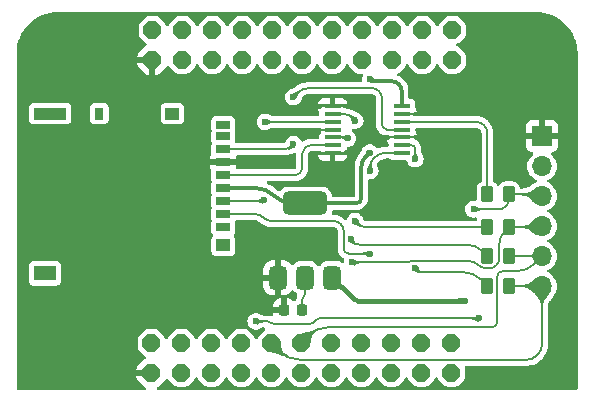
<source format=gbr>
%TF.GenerationSoftware,KiCad,Pcbnew,8.0.5*%
%TF.CreationDate,2024-10-04T20:46:01-04:00*%
%TF.ProjectId,memory card,6d656d6f-7279-4206-9361-72642e6b6963,V2*%
%TF.SameCoordinates,Original*%
%TF.FileFunction,Copper,L1,Top*%
%TF.FilePolarity,Positive*%
%FSLAX46Y46*%
G04 Gerber Fmt 4.6, Leading zero omitted, Abs format (unit mm)*
G04 Created by KiCad (PCBNEW 8.0.5) date 2024-10-04 20:46:01*
%MOMM*%
%LPD*%
G01*
G04 APERTURE LIST*
G04 Aperture macros list*
%AMRoundRect*
0 Rectangle with rounded corners*
0 $1 Rounding radius*
0 $2 $3 $4 $5 $6 $7 $8 $9 X,Y pos of 4 corners*
0 Add a 4 corners polygon primitive as box body*
4,1,4,$2,$3,$4,$5,$6,$7,$8,$9,$2,$3,0*
0 Add four circle primitives for the rounded corners*
1,1,$1+$1,$2,$3*
1,1,$1+$1,$4,$5*
1,1,$1+$1,$6,$7*
1,1,$1+$1,$8,$9*
0 Add four rect primitives between the rounded corners*
20,1,$1+$1,$2,$3,$4,$5,0*
20,1,$1+$1,$4,$5,$6,$7,0*
20,1,$1+$1,$6,$7,$8,$9,0*
20,1,$1+$1,$8,$9,$2,$3,0*%
%AMOutline5P*
0 Free polygon, 5 corners , with rotation*
0 The origin of the aperture is its center*
0 number of corners: always 5*
0 $1 to $10 corner X, Y*
0 $11 Rotation angle, in degrees counterclockwise*
0 create outline with 5 corners*
4,1,5,$1,$2,$3,$4,$5,$6,$7,$8,$9,$10,$1,$2,$11*%
%AMOutline6P*
0 Free polygon, 6 corners , with rotation*
0 The origin of the aperture is its center*
0 number of corners: always 6*
0 $1 to $12 corner X, Y*
0 $13 Rotation angle, in degrees counterclockwise*
0 create outline with 6 corners*
4,1,6,$1,$2,$3,$4,$5,$6,$7,$8,$9,$10,$11,$12,$1,$2,$13*%
%AMOutline7P*
0 Free polygon, 7 corners , with rotation*
0 The origin of the aperture is its center*
0 number of corners: always 7*
0 $1 to $14 corner X, Y*
0 $15 Rotation angle, in degrees counterclockwise*
0 create outline with 7 corners*
4,1,7,$1,$2,$3,$4,$5,$6,$7,$8,$9,$10,$11,$12,$13,$14,$1,$2,$15*%
%AMOutline8P*
0 Free polygon, 8 corners , with rotation*
0 The origin of the aperture is its center*
0 number of corners: always 8*
0 $1 to $16 corner X, Y*
0 $17 Rotation angle, in degrees counterclockwise*
0 create outline with 8 corners*
4,1,8,$1,$2,$3,$4,$5,$6,$7,$8,$9,$10,$11,$12,$13,$14,$15,$16,$1,$2,$17*%
G04 Aperture macros list end*
%TA.AperFunction,SMDPad,CuDef*%
%ADD10R,1.900000X1.300000*%
%TD*%
%TA.AperFunction,SMDPad,CuDef*%
%ADD11R,2.800000X1.000000*%
%TD*%
%TA.AperFunction,SMDPad,CuDef*%
%ADD12R,0.800000X1.000000*%
%TD*%
%TA.AperFunction,SMDPad,CuDef*%
%ADD13R,1.200000X1.000000*%
%TD*%
%TA.AperFunction,SMDPad,CuDef*%
%ADD14R,1.200000X0.700000*%
%TD*%
%TA.AperFunction,SMDPad,CuDef*%
%ADD15R,1.475000X0.450000*%
%TD*%
%TA.AperFunction,ComponentPad*%
%ADD16Outline8P,-0.762000X0.315631X-0.315631X0.762000X0.315631X0.762000X0.762000X0.315631X0.762000X-0.315631X0.315631X-0.762000X-0.315631X-0.762000X-0.762000X-0.315631X0.000000*%
%TD*%
%TA.AperFunction,SMDPad,CuDef*%
%ADD17RoundRect,0.250000X0.262500X0.450000X-0.262500X0.450000X-0.262500X-0.450000X0.262500X-0.450000X0*%
%TD*%
%TA.AperFunction,SMDPad,CuDef*%
%ADD18RoundRect,0.225000X0.225000X0.250000X-0.225000X0.250000X-0.225000X-0.250000X0.225000X-0.250000X0*%
%TD*%
%TA.AperFunction,SMDPad,CuDef*%
%ADD19RoundRect,0.250000X-0.262500X-0.450000X0.262500X-0.450000X0.262500X0.450000X-0.262500X0.450000X0*%
%TD*%
%TA.AperFunction,ComponentPad*%
%ADD20R,1.700000X1.700000*%
%TD*%
%TA.AperFunction,ComponentPad*%
%ADD21O,1.700000X1.700000*%
%TD*%
%TA.AperFunction,SMDPad,CuDef*%
%ADD22RoundRect,0.375000X0.375000X-0.625000X0.375000X0.625000X-0.375000X0.625000X-0.375000X-0.625000X0*%
%TD*%
%TA.AperFunction,SMDPad,CuDef*%
%ADD23RoundRect,0.500000X1.400000X-0.500000X1.400000X0.500000X-1.400000X0.500000X-1.400000X-0.500000X0*%
%TD*%
%TA.AperFunction,ViaPad*%
%ADD24C,0.600000*%
%TD*%
%TA.AperFunction,Conductor*%
%ADD25C,0.200000*%
%TD*%
%TA.AperFunction,Conductor*%
%ADD26C,0.300000*%
%TD*%
%TA.AperFunction,Conductor*%
%ADD27C,0.400000*%
%TD*%
G04 APERTURE END LIST*
D10*
%TO.P,J2,MP5,MP5*%
%TO.N,unconnected-(J2-PadMP5)*%
X136453189Y-109660000D03*
D11*
%TO.P,J2,MP4,MP4*%
%TO.N,unconnected-(J2-PadMP4)*%
X136903189Y-96160000D03*
D12*
%TO.P,J2,MP3,MP3*%
%TO.N,unconnected-(J2-PadMP3)*%
X141053189Y-96160000D03*
D13*
%TO.P,J2,MP2,MP2*%
%TO.N,unconnected-(J2-PadMP2)*%
X147253189Y-96160000D03*
%TO.P,J2,MP1,MP1*%
%TO.N,unconnected-(J2-PadMP1)*%
X151553189Y-107310000D03*
D14*
%TO.P,J2,CD1,CARD_DETECT*%
%TO.N,unconnected-(J2-CARD_DETECT-PadCD1)*%
X151553189Y-97110000D03*
%TO.P,J2,8,DAT1*%
%TO.N,unconnected-(J2-DAT1-Pad8)*%
X151553189Y-98060000D03*
%TO.P,J2,7,DAT0*%
%TO.N,D0_LLS*%
X151553189Y-99160000D03*
%TO.P,J2,6,VSS*%
%TO.N,GND*%
X151553189Y-100260000D03*
%TO.P,J2,5,CLK*%
%TO.N,SCK_LLS*%
X151553189Y-101360000D03*
%TO.P,J2,4,VDD*%
%TO.N,P\u002C+3.3*%
X151553189Y-102460000D03*
%TO.P,J2,3,CMD*%
%TO.N,DI_LLS*%
X151553189Y-103560000D03*
%TO.P,J2,2,CD/DAT3*%
%TO.N,CS_LLS*%
X151553189Y-104660000D03*
%TO.P,J2,1,DAT2*%
%TO.N,unconnected-(J2-DAT2-Pad1)*%
X151553189Y-105760000D03*
%TD*%
D15*
%TO.P,IC2,1,~{1OE}*%
%TO.N,GND*%
X160812000Y-95550000D03*
%TO.P,IC2,2,1A*%
%TO.N,Net-(IC2-1A)*%
X160812000Y-96200000D03*
%TO.P,IC2,3,1Y*%
%TO.N,DI_LLS*%
X160812000Y-96850000D03*
%TO.P,IC2,4,~{2OE}*%
%TO.N,GND*%
X160812000Y-97500000D03*
%TO.P,IC2,5,2A*%
%TO.N,Net-(IC2-2A)*%
X160812000Y-98150000D03*
%TO.P,IC2,6,2Y*%
%TO.N,SCK_LLS*%
X160812000Y-98800000D03*
%TO.P,IC2,7,GND*%
%TO.N,GND*%
X160812000Y-99450000D03*
%TO.P,IC2,8,3Y*%
%TO.N,CS_LLS*%
X166688000Y-99450000D03*
%TO.P,IC2,9,3A*%
%TO.N,Net-(IC2-3A)*%
X166688000Y-98800000D03*
%TO.P,IC2,10,~{3OE}*%
%TO.N,GND*%
X166688000Y-98150000D03*
%TO.P,IC2,11,4Y*%
%TO.N,D0_LLS*%
X166688000Y-97500000D03*
%TO.P,IC2,12,4A*%
%TO.N,Net-(IC2-4A)*%
X166688000Y-96850000D03*
%TO.P,IC2,13,~{4OE}*%
%TO.N,GND*%
X166688000Y-96200000D03*
%TO.P,IC2,14,VCC*%
%TO.N,P\u002C+3.3*%
X166688000Y-95550000D03*
%TD*%
D16*
%TO.P,JP1,1,1*%
%TO.N,GND*%
X145550000Y-91600000D03*
%TO.P,JP1,2,2*%
%TO.N,1*%
X145550000Y-89060000D03*
%TO.P,JP1,3,3*%
%TO.N,13*%
X148090000Y-91600000D03*
%TO.P,JP1,4,4*%
%TO.N,2*%
X148090000Y-89060000D03*
%TO.P,JP1,5,5*%
%TO.N,14*%
X150630000Y-91600000D03*
%TO.P,JP1,6,6*%
%TO.N,3*%
X150630000Y-89060000D03*
%TO.P,JP1,7,7*%
%TO.N,15*%
X153170000Y-91600000D03*
%TO.P,JP1,8,8*%
%TO.N,MISO*%
X153170000Y-89060000D03*
%TO.P,JP1,9,9*%
%TO.N,16*%
X155710000Y-91600000D03*
%TO.P,JP1,10,10*%
%TO.N,CS*%
X155710000Y-89060000D03*
%TO.P,JP1,11,11*%
%TO.N,17*%
X158250000Y-91600000D03*
%TO.P,JP1,12,12*%
%TO.N,SCK*%
X158250000Y-89060000D03*
%TO.P,JP1,13,13*%
%TO.N,18*%
X160790000Y-91600000D03*
%TO.P,JP1,14,14*%
%TO.N,MOSI*%
X160790000Y-89060000D03*
%TO.P,JP1,15,15*%
%TO.N,19*%
X163330000Y-91600000D03*
%TO.P,JP1,16,16*%
%TO.N,8*%
X163330000Y-89060000D03*
%TO.P,JP1,17,17*%
%TO.N,20*%
X165870000Y-91600000D03*
%TO.P,JP1,18,18*%
%TO.N,9*%
X165870000Y-89060000D03*
%TO.P,JP1,19,19*%
%TO.N,21*%
X168410000Y-91600000D03*
%TO.P,JP1,20,20*%
%TO.N,10*%
X168410000Y-89060000D03*
%TO.P,JP1,21,21*%
%TO.N,22*%
X170950000Y-91600000D03*
%TO.P,JP1,22,22*%
%TO.N,VCC*%
X170950000Y-89060000D03*
%TD*%
D17*
%TO.P,R3,1*%
%TO.N,MOSI*%
X175750000Y-105750000D03*
%TO.P,R3,2*%
%TO.N,Net-(IC2-1A)*%
X173925000Y-105750000D03*
%TD*%
D18*
%TO.P,C1,1*%
%TO.N,P\u002C+3.3*%
X158250000Y-112750000D03*
%TO.P,C1,2*%
%TO.N,GND*%
X156700000Y-112750000D03*
%TD*%
D17*
%TO.P,R4,1*%
%TO.N,SCK*%
X175750000Y-108250000D03*
%TO.P,R4,2*%
%TO.N,Net-(IC2-2A)*%
X173925000Y-108250000D03*
%TD*%
D19*
%TO.P,R1,1*%
%TO.N,Net-(IC2-4A)*%
X173925000Y-103000000D03*
%TO.P,R1,2*%
%TO.N,MISO*%
X175750000Y-103000000D03*
%TD*%
%TO.P,R2,1*%
%TO.N,Net-(IC2-3A)*%
X173925000Y-110750000D03*
%TO.P,R2,2*%
%TO.N,CS*%
X175750000Y-110750000D03*
%TD*%
D20*
%TO.P,J3,1*%
%TO.N,GND*%
X178553189Y-98060000D03*
D21*
%TO.P,J3,2*%
%TO.N,VCC*%
X178553189Y-100600000D03*
%TO.P,J3,3*%
%TO.N,MISO*%
X178553189Y-103140000D03*
%TO.P,J3,4*%
%TO.N,MOSI*%
X178553189Y-105680000D03*
%TO.P,J3,5*%
%TO.N,SCK*%
X178553189Y-108220000D03*
%TO.P,J3,6*%
%TO.N,CS*%
X178553189Y-110760000D03*
%TD*%
D16*
%TO.P,JP2,1,1*%
%TO.N,GND*%
X145473189Y-118100000D03*
%TO.P,JP2,2,2*%
%TO.N,1*%
X145473189Y-115560000D03*
%TO.P,JP2,3,3*%
%TO.N,13*%
X148013189Y-118100000D03*
%TO.P,JP2,4,4*%
%TO.N,2*%
X148013189Y-115560000D03*
%TO.P,JP2,5,5*%
%TO.N,14*%
X150553189Y-118100000D03*
%TO.P,JP2,6,6*%
%TO.N,3*%
X150553189Y-115560000D03*
%TO.P,JP2,7,7*%
%TO.N,15*%
X153093189Y-118100000D03*
%TO.P,JP2,8,8*%
%TO.N,MISO*%
X153093189Y-115560000D03*
%TO.P,JP2,9,9*%
%TO.N,16*%
X155633189Y-118100000D03*
%TO.P,JP2,10,10*%
%TO.N,CS*%
X155633189Y-115560000D03*
%TO.P,JP2,11,11*%
%TO.N,17*%
X158173189Y-118100000D03*
%TO.P,JP2,12,12*%
%TO.N,SCK*%
X158173189Y-115560000D03*
%TO.P,JP2,13,13*%
%TO.N,18*%
X160713189Y-118100000D03*
%TO.P,JP2,14,14*%
%TO.N,MOSI*%
X160713189Y-115560000D03*
%TO.P,JP2,15,15*%
%TO.N,19*%
X163253189Y-118100000D03*
%TO.P,JP2,16,16*%
%TO.N,8*%
X163253189Y-115560000D03*
%TO.P,JP2,17,17*%
%TO.N,20*%
X165793189Y-118100000D03*
%TO.P,JP2,18,18*%
%TO.N,9*%
X165793189Y-115560000D03*
%TO.P,JP2,19,19*%
%TO.N,21*%
X168333189Y-118100000D03*
%TO.P,JP2,20,20*%
%TO.N,10*%
X168333189Y-115560000D03*
%TO.P,JP2,21,21*%
%TO.N,22*%
X170873189Y-118100000D03*
%TO.P,JP2,22,22*%
%TO.N,VCC*%
X170873189Y-115560000D03*
%TD*%
D22*
%TO.P,U1,1,ADJ*%
%TO.N,GND*%
X156200000Y-110050000D03*
%TO.P,U1,2,VO*%
%TO.N,P\u002C+3.3*%
X158500000Y-110050000D03*
D23*
X158500000Y-103750000D03*
D22*
%TO.P,U1,3,VI*%
%TO.N,VCC*%
X160800000Y-110050000D03*
%TD*%
D24*
%TO.N,Net-(IC2-2A)*%
X162350000Y-106750000D03*
X162100000Y-98250000D03*
%TO.N,CS_LLS*%
X164000000Y-108000000D03*
X164000000Y-101000000D03*
%TO.N,P\u002C+3.3*%
X164000000Y-93250000D03*
X163950735Y-99450735D03*
%TO.N,Net-(IC2-3A)*%
X167808988Y-100000000D03*
X167808988Y-109250000D03*
%TO.N,Net-(IC2-1A)*%
X162730000Y-105250000D03*
X162730000Y-96750000D03*
%TO.N,D0_LLS*%
X157500000Y-94750000D03*
X157500000Y-98750000D03*
%TO.N,DI_LLS*%
X155000000Y-103500000D03*
X155100000Y-96850000D03*
%TO.N,MISO*%
X173250000Y-113500000D03*
X154303189Y-113750000D03*
X172750000Y-104250000D03*
%TO.N,MOSI*%
X162500000Y-108750000D03*
%TO.N,GND*%
X160000000Y-101250000D03*
X159600000Y-97750000D03*
%TO.N,VCC*%
X172000000Y-112000000D03*
%TD*%
D25*
%TO.N,Net-(IC2-2A)*%
X173425000Y-107750000D02*
X173925000Y-108250000D01*
X161929289Y-98150000D02*
X160812000Y-98150000D01*
X162500000Y-107000000D02*
X162285355Y-106785355D01*
X162350000Y-106750000D02*
X162300000Y-106750000D01*
X162100000Y-98250000D02*
X162050000Y-98200000D01*
X163103553Y-107250000D02*
X172217893Y-107250000D01*
X162500000Y-107000000D02*
G75*
G03*
X163103553Y-107250019I603600J603600D01*
G01*
X162050000Y-98200000D02*
G75*
G03*
X161929289Y-98150004I-120700J-120700D01*
G01*
X173425000Y-107750000D02*
G75*
G03*
X172217893Y-107250003I-1207100J-1207100D01*
G01*
X162300000Y-106750000D02*
G75*
G03*
X162285368Y-106785342I0J-20700D01*
G01*
%TO.N,Net-(IC2-4A)*%
X173925000Y-97831586D02*
X173925000Y-103000000D01*
X172943413Y-96850000D02*
X166688000Y-96850000D01*
X173637500Y-97137500D02*
G75*
G02*
X173925006Y-97831586I-694100J-694100D01*
G01*
X173637500Y-97137500D02*
G75*
G03*
X172943413Y-96849994I-694100J-694100D01*
G01*
%TO.N,CS_LLS*%
X162176776Y-108000000D02*
X164000000Y-108000000D01*
X165365685Y-99450000D02*
X166688000Y-99450000D01*
X154242806Y-104660000D02*
X151553189Y-104660000D01*
X155667193Y-105250000D02*
X160896446Y-105250000D01*
X164265165Y-99984834D02*
X164400000Y-99850000D01*
X164000000Y-100625000D02*
X164000000Y-101000000D01*
X161750000Y-107573223D02*
X161750000Y-106103553D01*
X161500000Y-105500000D02*
G75*
G02*
X161750019Y-106103553I-603600J-603600D01*
G01*
X161500000Y-105500000D02*
G75*
G03*
X160896446Y-105250022I-603500J-603500D01*
G01*
X161750000Y-107573223D02*
G75*
G03*
X161875007Y-107874993I426800J23D01*
G01*
X165365685Y-99450000D02*
G75*
G03*
X164400004Y-99850004I15J-1365700D01*
G01*
X164265165Y-99984834D02*
G75*
G03*
X163999990Y-100625000I640135J-640166D01*
G01*
X161875000Y-107875000D02*
G75*
G03*
X162176776Y-108000010I301800J301800D01*
G01*
X154955000Y-104955000D02*
G75*
G03*
X154242806Y-104659997I-712200J-712200D01*
G01*
X154955000Y-104955000D02*
G75*
G03*
X155667193Y-105250003I712200J712200D01*
G01*
D26*
%TO.N,P\u002C+3.3*%
X164256066Y-93400000D02*
X165769576Y-93400000D01*
X162823223Y-103750000D02*
X158500000Y-103750000D01*
X166688000Y-94318423D02*
X166688000Y-95550000D01*
X163250000Y-100646964D02*
X163250000Y-103323223D01*
X154297832Y-102460000D02*
X151553189Y-102460000D01*
X163950735Y-99450735D02*
X163600367Y-99801102D01*
X157412167Y-103750000D02*
X158500000Y-103750000D01*
D25*
X158500000Y-111323223D02*
X158500000Y-110050000D01*
X158250000Y-111926776D02*
X158250000Y-112750000D01*
X164075000Y-93325000D02*
X164000000Y-93250000D01*
X164075000Y-93325000D02*
G75*
G03*
X164256066Y-93400014I181100J181100D01*
G01*
D26*
X163125000Y-103625000D02*
G75*
G02*
X162823223Y-103750010I-301800J301800D01*
G01*
X166419000Y-93669000D02*
G75*
G03*
X165769576Y-93400010I-649400J-649400D01*
G01*
X163600367Y-99801102D02*
G75*
G03*
X163249966Y-100646964I845833J-845898D01*
G01*
D25*
X158375000Y-111625000D02*
G75*
G03*
X158249990Y-111926776I301800J-301800D01*
G01*
D26*
X163250000Y-103323223D02*
G75*
G02*
X163124993Y-103624993I-426800J23D01*
G01*
D25*
X158500000Y-111323223D02*
G75*
G02*
X158374993Y-111624993I-426800J23D01*
G01*
D26*
X166419000Y-93669000D02*
G75*
G02*
X166687990Y-94318423I-649400J-649400D01*
G01*
X155855000Y-103105000D02*
G75*
G03*
X157412167Y-103750013I1557200J1557200D01*
G01*
X155855000Y-103105000D02*
G75*
G03*
X154297832Y-102459987I-1557200J-1557200D01*
G01*
D25*
%TO.N,Net-(IC2-3A)*%
X173342500Y-110167500D02*
X173925000Y-110750000D01*
X168380868Y-109585000D02*
X171936220Y-109585000D01*
X167808988Y-99155911D02*
X167808988Y-100000000D01*
X167808988Y-109250000D02*
X167976488Y-109417500D01*
X167453076Y-98800000D02*
X166688000Y-98800000D01*
X167976488Y-109417500D02*
G75*
G03*
X168380868Y-109585016I404412J404400D01*
G01*
X167704744Y-98904244D02*
G75*
G03*
X167453076Y-98800013I-251644J-251656D01*
G01*
X173342500Y-110167500D02*
G75*
G03*
X171936220Y-109584991I-1406300J-1406300D01*
G01*
X167704744Y-98904244D02*
G75*
G02*
X167808987Y-99155911I-251644J-251656D01*
G01*
%TO.N,Net-(IC2-1A)*%
X161811091Y-96200000D02*
X160812000Y-96200000D01*
X162475000Y-96475000D02*
X162742928Y-96742928D01*
X163603553Y-105750000D02*
X173925000Y-105750000D01*
X162730000Y-96750000D02*
X162740000Y-96750000D01*
X163000000Y-105500000D02*
X162750000Y-105250000D01*
X162475000Y-96475000D02*
G75*
G03*
X161811091Y-96200004I-663900J-663900D01*
G01*
X162742928Y-96742928D02*
G75*
G02*
X162740000Y-96750072I-2928J-2972D01*
G01*
X163000000Y-105500000D02*
G75*
G03*
X163603553Y-105750019I603600J603600D01*
G01*
%TO.N,D0_LLS*%
X165426776Y-97500000D02*
X166688000Y-97500000D01*
X157875000Y-94375000D02*
X157500000Y-94750000D01*
X165000000Y-94853553D02*
X165000000Y-97073223D01*
X157500000Y-98750000D02*
X157295000Y-98955000D01*
X164146446Y-94000000D02*
X158780330Y-94000000D01*
X156800086Y-99160000D02*
X151553189Y-99160000D01*
X164750000Y-94250000D02*
G75*
G03*
X164146446Y-94000022I-603500J-603500D01*
G01*
X158780330Y-94000000D02*
G75*
G03*
X157874991Y-94374991I-30J-1280300D01*
G01*
X165000000Y-97073223D02*
G75*
G03*
X165125007Y-97374993I426800J23D01*
G01*
X157295000Y-98955000D02*
G75*
G02*
X156800086Y-99159994I-494900J494900D01*
G01*
X164750000Y-94250000D02*
G75*
G02*
X165000019Y-94853553I-603600J-603600D01*
G01*
X165125000Y-97375000D02*
G75*
G03*
X165426776Y-97500010I301800J301800D01*
G01*
%TO.N,SCK_LLS*%
X159018198Y-98800000D02*
X160812000Y-98800000D01*
X158250000Y-100745441D02*
X158250000Y-99568198D01*
X157635441Y-101360000D02*
X151553189Y-101360000D01*
X159018198Y-98800000D02*
G75*
G03*
X158475001Y-99025001I2J-768200D01*
G01*
X158250000Y-100745441D02*
G75*
G02*
X158069988Y-101179988I-614600J41D01*
G01*
X158070000Y-101180000D02*
G75*
G02*
X157635441Y-101360017I-434600J434600D01*
G01*
X158475000Y-99025000D02*
G75*
G03*
X158249999Y-99568198I543200J-543200D01*
G01*
%TO.N,DI_LLS*%
X155000000Y-103500000D02*
X154970000Y-103530000D01*
X155100000Y-96850000D02*
X160812000Y-96850000D01*
X154897573Y-103560000D02*
X151553189Y-103560000D01*
X154970000Y-103530000D02*
G75*
G02*
X154897573Y-103559989I-72400J72400D01*
G01*
%TO.N,MISO*%
X155926776Y-114000000D02*
X158250000Y-114000000D01*
X174896446Y-104250000D02*
X172750000Y-104250000D01*
X178314194Y-103000000D02*
X176125000Y-103000000D01*
X158823223Y-114000000D02*
X158750000Y-114000000D01*
X154303189Y-113750000D02*
X155323223Y-113750000D01*
X159375000Y-113625000D02*
X159125000Y-113875000D01*
X159676776Y-113500000D02*
X173250000Y-113500000D01*
X158750000Y-114000000D02*
X158250000Y-114000000D01*
X178483189Y-103070000D02*
X178553189Y-103140000D01*
X175750000Y-103375000D02*
X175750000Y-103396446D01*
X155625000Y-113875000D02*
G75*
G03*
X155323223Y-113749990I-301800J-301800D01*
G01*
X155625000Y-113875000D02*
G75*
G03*
X155926776Y-114000010I301800J301800D01*
G01*
X178483189Y-103070000D02*
G75*
G03*
X178314194Y-103000006I-168989J-169000D01*
G01*
X175750000Y-103396446D02*
G75*
G02*
X175499986Y-103999986I-853600J46D01*
G01*
X159125000Y-113875000D02*
G75*
G02*
X158823223Y-114000010I-301800J301800D01*
G01*
X159676776Y-113500000D02*
G75*
G03*
X159375007Y-113625007I24J-426800D01*
G01*
X176125000Y-103000000D02*
G75*
G03*
X175750000Y-103375000I0J-375000D01*
G01*
X175500000Y-104000000D02*
G75*
G02*
X174896446Y-104250019I-603600J603600D01*
G01*
%TO.N,CS*%
X178553189Y-110767071D02*
X178553189Y-115628870D01*
X178536117Y-110750000D02*
X175750000Y-110750000D01*
X158091422Y-117000000D02*
X177182059Y-117000000D01*
X156353189Y-116280000D02*
X155633189Y-115560000D01*
X178553189Y-115628870D02*
G75*
G02*
X178151622Y-116598433I-1371189J-30D01*
G01*
X156353189Y-116280000D02*
G75*
G03*
X158091422Y-116999994I1738211J1738200D01*
G01*
X178548189Y-110755000D02*
G75*
G02*
X178553204Y-110767071I-12089J-12100D01*
G01*
X178548189Y-110755000D02*
G75*
G03*
X178536117Y-110749996I-12089J-12100D01*
G01*
X178151594Y-116598405D02*
G75*
G02*
X177182059Y-116999979I-969494J969505D01*
G01*
%TO.N,MOSI*%
X174937500Y-107137024D02*
X174937500Y-108370402D01*
X174057902Y-109250000D02*
X173852020Y-109250000D01*
X172403491Y-108650000D02*
X167420710Y-108650000D01*
X178518189Y-105715000D02*
X178553189Y-105680000D01*
X178433691Y-105750000D02*
X175750000Y-105750000D01*
X175343750Y-106156250D02*
X175750000Y-105750000D01*
X167179289Y-108750000D02*
X162500000Y-108750000D01*
X174679872Y-108992372D02*
G75*
G02*
X174057902Y-109250001I-621972J621972D01*
G01*
X173127756Y-108950000D02*
G75*
G03*
X173852020Y-109249975I724244J724300D01*
G01*
X174937500Y-108370402D02*
G75*
G02*
X174679871Y-108992371I-879600J2D01*
G01*
X167420710Y-108650000D02*
G75*
G03*
X167299997Y-108699997I-10J-170700D01*
G01*
X178518189Y-105715000D02*
G75*
G02*
X178433691Y-105749993I-84489J84500D01*
G01*
X167300000Y-108700000D02*
G75*
G02*
X167179289Y-108749996I-120700J120700D01*
G01*
X175343750Y-106156250D02*
G75*
G03*
X174937510Y-107137024I980750J-980750D01*
G01*
X173127756Y-108950000D02*
G75*
G03*
X172403491Y-108650016I-724256J-724300D01*
G01*
%TO.N,SCK*%
X174750000Y-113823223D02*
X174750000Y-109926776D01*
X160409498Y-114250000D02*
X174323223Y-114250000D01*
X158828189Y-114905000D02*
X158173189Y-115560000D01*
X175176776Y-109500000D02*
X176368092Y-109500000D01*
X175978786Y-108250000D02*
X175750000Y-108250000D01*
X176051213Y-108220000D02*
X177648092Y-108220000D01*
X174750000Y-113823223D02*
G75*
G02*
X174624993Y-114124993I-426800J23D01*
G01*
X176051213Y-108220000D02*
G75*
G03*
X176014996Y-108234996I-13J-51200D01*
G01*
X174625000Y-114125000D02*
G75*
G02*
X174323223Y-114250010I-301800J301800D01*
G01*
X175176776Y-109500000D02*
G75*
G03*
X174875007Y-109625007I24J-426800D01*
G01*
X174875000Y-109625000D02*
G75*
G03*
X174749990Y-109926776I301800J-301800D01*
G01*
X160409498Y-114250000D02*
G75*
G03*
X158828192Y-114905003I2J-2236300D01*
G01*
X177913189Y-108860000D02*
G75*
G02*
X176368092Y-109499994I-1545089J1545100D01*
G01*
X176015000Y-108235000D02*
G75*
G02*
X175978786Y-108249995I-36200J36200D01*
G01*
X177913189Y-108860000D02*
G75*
G03*
X177648092Y-108220000I-265089J265100D01*
G01*
%TO.N,GND*%
X160000000Y-101250000D02*
X160706159Y-101250000D01*
X166688000Y-96200000D02*
X173950000Y-96200000D01*
X165170710Y-98150000D02*
X166688000Y-98150000D01*
X166688000Y-98150000D02*
X167850000Y-98150000D01*
X159725000Y-97625000D02*
X159600000Y-97750000D01*
X164000000Y-95891421D02*
X164000000Y-97396446D01*
X164323223Y-98073223D02*
X164250000Y-98000000D01*
X164750000Y-98250000D02*
X164929289Y-98250000D01*
X163658578Y-95550000D02*
X160812000Y-95550000D01*
X160026776Y-97500000D02*
X160812000Y-97500000D01*
X160812000Y-101144159D02*
X160812000Y-99450000D01*
X163900000Y-95650000D02*
G75*
G03*
X163658578Y-95550009I-241400J-241400D01*
G01*
X165170710Y-98150000D02*
G75*
G03*
X165049997Y-98199997I-10J-170700D01*
G01*
X164000000Y-97396446D02*
G75*
G03*
X164249984Y-98000016I853500J-54D01*
G01*
X160026776Y-97500000D02*
G75*
G03*
X159725007Y-97625007I24J-426800D01*
G01*
X160781000Y-101219000D02*
G75*
G02*
X160706159Y-101249983I-74800J74800D01*
G01*
X165050000Y-98200000D02*
G75*
G02*
X164929289Y-98249996I-120700J120700D01*
G01*
X160812000Y-101144159D02*
G75*
G02*
X160781012Y-101219012I-105800J-41D01*
G01*
X163900000Y-95650000D02*
G75*
G02*
X163999991Y-95891421I-241400J-241400D01*
G01*
X164323223Y-98073223D02*
G75*
G03*
X164750000Y-98249986I426777J426823D01*
G01*
D27*
%TO.N,VCC*%
X162375000Y-111625000D02*
X160800000Y-110050000D01*
X162375000Y-111625000D02*
X162625000Y-111875000D01*
X172000000Y-112000000D02*
X162926776Y-112000000D01*
X162625000Y-111875000D02*
G75*
G03*
X162926776Y-112000010I301800J301800D01*
G01*
%TD*%
%TA.AperFunction,Conductor*%
%TO.N,Net-(IC2-1A)*%
G36*
X162288229Y-96215977D02*
G01*
X162354488Y-96249307D01*
X162419659Y-96282020D01*
X162419677Y-96282029D01*
X162419676Y-96282029D01*
X162475931Y-96310021D01*
X162525943Y-96334474D01*
X162572334Y-96356542D01*
X162617742Y-96377389D01*
X162664807Y-96398178D01*
X162716168Y-96420071D01*
X162716201Y-96420085D01*
X162774426Y-96444218D01*
X162774427Y-96444218D01*
X162774464Y-96444233D01*
X162834804Y-96468764D01*
X162841177Y-96475054D01*
X162842092Y-96479952D01*
X162831058Y-96849016D01*
X162827385Y-96857183D01*
X162819013Y-96860361D01*
X162818557Y-96860338D01*
X162450471Y-96834907D01*
X162442453Y-96830918D01*
X162439962Y-96826210D01*
X162426351Y-96774445D01*
X162426238Y-96773980D01*
X162414132Y-96718853D01*
X162403464Y-96667813D01*
X162392110Y-96620578D01*
X162377898Y-96576654D01*
X162358655Y-96535547D01*
X162332209Y-96496763D01*
X162296389Y-96459808D01*
X162249023Y-96424187D01*
X162197591Y-96394902D01*
X162192098Y-96387832D01*
X162192927Y-96379481D01*
X162272523Y-96221173D01*
X162279300Y-96215323D01*
X162288229Y-96215977D01*
G37*
%TD.AperFunction*%
%TD*%
%TA.AperFunction,Conductor*%
%TO.N,MISO*%
G36*
X172888210Y-103983854D02*
G01*
X172932301Y-104006684D01*
X172932773Y-104006944D01*
X172976815Y-104032438D01*
X172977086Y-104032600D01*
X173016267Y-104056714D01*
X173016268Y-104056714D01*
X173016286Y-104056725D01*
X173052817Y-104079029D01*
X173088806Y-104099018D01*
X173126520Y-104116286D01*
X173168229Y-104130425D01*
X173216182Y-104141024D01*
X173216189Y-104141026D01*
X173216193Y-104141026D01*
X173216200Y-104141028D01*
X173272701Y-104147689D01*
X173328701Y-104149612D01*
X173336852Y-104153321D01*
X173340000Y-104161305D01*
X173340000Y-104338694D01*
X173336573Y-104346967D01*
X173328701Y-104350387D01*
X173272710Y-104352309D01*
X173272701Y-104352309D01*
X173272701Y-104352310D01*
X173263070Y-104353445D01*
X173216189Y-104358972D01*
X173216182Y-104358974D01*
X173168238Y-104369572D01*
X173168231Y-104369573D01*
X173126513Y-104383715D01*
X173088808Y-104400980D01*
X173088800Y-104400984D01*
X173052824Y-104420966D01*
X173052817Y-104420970D01*
X173016286Y-104443274D01*
X173016268Y-104443285D01*
X173016267Y-104443284D01*
X172977086Y-104467398D01*
X172976815Y-104467560D01*
X172932773Y-104493054D01*
X172932292Y-104493318D01*
X172888211Y-104516144D01*
X172879289Y-104516905D01*
X172874721Y-104514187D01*
X172852893Y-104493196D01*
X172608768Y-104258432D01*
X172605181Y-104250229D01*
X172608446Y-104241890D01*
X172608769Y-104241567D01*
X172874723Y-103985811D01*
X172883060Y-103982547D01*
X172888210Y-103983854D01*
G37*
%TD.AperFunction*%
%TD*%
%TA.AperFunction,Conductor*%
%TO.N,CS_LLS*%
G36*
X163965747Y-100301742D02*
G01*
X163965756Y-100301746D01*
X164133299Y-100359390D01*
X164140008Y-100365321D01*
X164140740Y-100373677D01*
X164124101Y-100431726D01*
X164124100Y-100431730D01*
X164115055Y-100491214D01*
X164115055Y-100491217D01*
X164115365Y-100543415D01*
X164123722Y-100590281D01*
X164123725Y-100590291D01*
X164138827Y-100633776D01*
X164138835Y-100633795D01*
X164159371Y-100675850D01*
X164159380Y-100675867D01*
X164159382Y-100675871D01*
X164184077Y-100718502D01*
X164201770Y-100747501D01*
X164211582Y-100763583D01*
X164211687Y-100763760D01*
X164240543Y-100812979D01*
X164240816Y-100813471D01*
X164266094Y-100861770D01*
X164266894Y-100870689D01*
X164264161Y-100875305D01*
X164008433Y-101141230D01*
X164000229Y-101144818D01*
X163991890Y-101141553D01*
X163991567Y-101141230D01*
X163870606Y-101015447D01*
X163735621Y-100875079D01*
X163732357Y-100866742D01*
X163733500Y-100861922D01*
X163761229Y-100804014D01*
X163787450Y-100747514D01*
X163809809Y-100697137D01*
X163829456Y-100650288D01*
X163847539Y-100604372D01*
X163865206Y-100556792D01*
X163883605Y-100504955D01*
X163903885Y-100446263D01*
X163927194Y-100378121D01*
X163950883Y-100309013D01*
X163956806Y-100302300D01*
X163965743Y-100301741D01*
X163965747Y-100301742D01*
G37*
%TD.AperFunction*%
%TD*%
%TA.AperFunction,Conductor*%
%TO.N,P\u002C+3.3*%
G36*
X164247604Y-93082278D02*
G01*
X164251176Y-93085549D01*
X164270631Y-93112746D01*
X164270651Y-93112772D01*
X164294065Y-93142539D01*
X164294073Y-93142548D01*
X164317712Y-93168479D01*
X164317717Y-93168484D01*
X164317719Y-93168486D01*
X164342495Y-93190666D01*
X164369315Y-93209181D01*
X164399093Y-93224122D01*
X164432742Y-93235582D01*
X164471178Y-93243653D01*
X164515314Y-93248428D01*
X164554729Y-93249648D01*
X164562891Y-93253329D01*
X164566066Y-93261342D01*
X164566066Y-93538300D01*
X164562639Y-93546573D01*
X164554366Y-93550000D01*
X164215557Y-93550000D01*
X164168631Y-93549999D01*
X164118647Y-93550000D01*
X164063229Y-93550000D01*
X164008303Y-93550000D01*
X164000030Y-93546573D01*
X163997259Y-93542162D01*
X163995909Y-93538300D01*
X163873535Y-93188345D01*
X163874039Y-93179406D01*
X163880717Y-93173441D01*
X163881652Y-93173156D01*
X164238739Y-93081027D01*
X164247604Y-93082278D01*
G37*
%TD.AperFunction*%
%TD*%
%TA.AperFunction,Conductor*%
%TO.N,Net-(IC2-3A)*%
G36*
X168085825Y-109138297D02*
G01*
X168088906Y-109142955D01*
X168103191Y-109182910D01*
X168103466Y-109183785D01*
X168116120Y-109230411D01*
X168116227Y-109230840D01*
X168126639Y-109275886D01*
X168136939Y-109318634D01*
X168136943Y-109318646D01*
X168149209Y-109358025D01*
X168165610Y-109393377D01*
X168165611Y-109393378D01*
X168188302Y-109423996D01*
X168188304Y-109423997D01*
X168188307Y-109424001D01*
X168219461Y-109449197D01*
X168261234Y-109468264D01*
X168305272Y-109478143D01*
X168312594Y-109483297D01*
X168314299Y-109491173D01*
X168289841Y-109666741D01*
X168285306Y-109674463D01*
X168276639Y-109676715D01*
X168276383Y-109676677D01*
X168215372Y-109666800D01*
X168214813Y-109666695D01*
X168153925Y-109653775D01*
X168153355Y-109653639D01*
X168101439Y-109639873D01*
X168100939Y-109639728D01*
X168055341Y-109625436D01*
X168055016Y-109625329D01*
X168012995Y-109610795D01*
X168012936Y-109610775D01*
X167971908Y-109596338D01*
X167929462Y-109582409D01*
X167883005Y-109569337D01*
X167883001Y-109569336D01*
X167829914Y-109557461D01*
X167829904Y-109557459D01*
X167829898Y-109557458D01*
X167829887Y-109557455D01*
X167775749Y-109548481D01*
X167768147Y-109543748D01*
X167766144Y-109538995D01*
X167699156Y-109163642D01*
X167701076Y-109154897D01*
X167708618Y-109150070D01*
X167710198Y-109149897D01*
X168077422Y-109135203D01*
X168085825Y-109138297D01*
G37*
%TD.AperFunction*%
%TD*%
%TA.AperFunction,Conductor*%
%TO.N,Net-(IC2-2A)*%
G36*
X162284138Y-106625782D02*
G01*
X162640241Y-106717068D01*
X162647403Y-106722441D01*
X162649006Y-106727574D01*
X162651821Y-106767311D01*
X162651846Y-106767835D01*
X162653019Y-106813149D01*
X162653021Y-106813260D01*
X162653722Y-106855972D01*
X162655730Y-106896088D01*
X162655731Y-106896099D01*
X162660825Y-106933611D01*
X162660826Y-106933614D01*
X162668065Y-106959017D01*
X162670777Y-106968534D01*
X162670778Y-106968537D01*
X162670781Y-106968544D01*
X162687367Y-107000952D01*
X162687373Y-107000962D01*
X162699318Y-107015280D01*
X162712384Y-107030943D01*
X162712388Y-107030946D01*
X162712390Y-107030948D01*
X162747589Y-107058545D01*
X162747590Y-107058546D01*
X162747594Y-107058548D01*
X162785164Y-107078684D01*
X162790837Y-107085612D01*
X162790310Y-107093790D01*
X162717658Y-107255513D01*
X162711141Y-107261656D01*
X162702191Y-107261392D01*
X162702102Y-107261351D01*
X162644835Y-107235050D01*
X162644642Y-107234959D01*
X162587502Y-107207442D01*
X162587303Y-107207344D01*
X162538571Y-107182730D01*
X162538396Y-107182640D01*
X162495559Y-107160090D01*
X162495444Y-107160029D01*
X162456014Y-107138707D01*
X162456016Y-107138701D01*
X162455992Y-107138695D01*
X162417666Y-107117868D01*
X162417624Y-107117845D01*
X162378000Y-107096728D01*
X162334647Y-107074521D01*
X162285125Y-107050419D01*
X162234716Y-107027181D01*
X162228637Y-107020606D01*
X162227984Y-107015283D01*
X162269615Y-106635842D01*
X162273923Y-106627993D01*
X162282521Y-106625489D01*
X162284138Y-106625782D01*
G37*
%TD.AperFunction*%
%TD*%
%TA.AperFunction,Conductor*%
%TO.N,MOSI*%
G36*
X162638210Y-108483854D02*
G01*
X162682301Y-108506684D01*
X162682773Y-108506944D01*
X162726815Y-108532438D01*
X162727086Y-108532600D01*
X162766267Y-108556714D01*
X162766268Y-108556714D01*
X162766286Y-108556725D01*
X162802817Y-108579029D01*
X162838806Y-108599018D01*
X162876520Y-108616286D01*
X162918229Y-108630425D01*
X162966182Y-108641024D01*
X162966189Y-108641026D01*
X162966193Y-108641026D01*
X162966200Y-108641028D01*
X163022701Y-108647689D01*
X163078701Y-108649612D01*
X163086852Y-108653321D01*
X163090000Y-108661305D01*
X163090000Y-108838694D01*
X163086573Y-108846967D01*
X163078701Y-108850387D01*
X163022710Y-108852309D01*
X163022701Y-108852309D01*
X163022701Y-108852310D01*
X163013070Y-108853445D01*
X162966189Y-108858972D01*
X162966182Y-108858974D01*
X162918238Y-108869572D01*
X162918231Y-108869573D01*
X162876513Y-108883715D01*
X162838808Y-108900980D01*
X162838800Y-108900984D01*
X162802824Y-108920966D01*
X162802817Y-108920970D01*
X162766286Y-108943274D01*
X162766268Y-108943285D01*
X162766267Y-108943284D01*
X162727086Y-108967398D01*
X162726815Y-108967560D01*
X162682773Y-108993054D01*
X162682292Y-108993318D01*
X162638211Y-109016144D01*
X162629289Y-109016905D01*
X162624721Y-109014187D01*
X162602893Y-108993196D01*
X162358768Y-108758432D01*
X162355181Y-108750229D01*
X162358446Y-108741890D01*
X162358769Y-108741567D01*
X162624723Y-108485811D01*
X162633060Y-108482547D01*
X162638210Y-108483854D01*
G37*
%TD.AperFunction*%
%TD*%
%TA.AperFunction,Conductor*%
%TO.N,MISO*%
G36*
X154441399Y-113483854D02*
G01*
X154485490Y-113506684D01*
X154485962Y-113506944D01*
X154530004Y-113532438D01*
X154530275Y-113532600D01*
X154569456Y-113556714D01*
X154569457Y-113556714D01*
X154569475Y-113556725D01*
X154606006Y-113579029D01*
X154641995Y-113599018D01*
X154679709Y-113616286D01*
X154721418Y-113630425D01*
X154769371Y-113641024D01*
X154769378Y-113641026D01*
X154769382Y-113641026D01*
X154769389Y-113641028D01*
X154825890Y-113647689D01*
X154881890Y-113649612D01*
X154890041Y-113653321D01*
X154893189Y-113661305D01*
X154893189Y-113838694D01*
X154889762Y-113846967D01*
X154881890Y-113850387D01*
X154825899Y-113852309D01*
X154825890Y-113852309D01*
X154825890Y-113852310D01*
X154816259Y-113853445D01*
X154769378Y-113858972D01*
X154769371Y-113858974D01*
X154721427Y-113869572D01*
X154721420Y-113869573D01*
X154679702Y-113883715D01*
X154641997Y-113900980D01*
X154641989Y-113900984D01*
X154606013Y-113920966D01*
X154606006Y-113920970D01*
X154569475Y-113943274D01*
X154569457Y-113943285D01*
X154569456Y-113943284D01*
X154530275Y-113967398D01*
X154530004Y-113967560D01*
X154485962Y-113993054D01*
X154485481Y-113993318D01*
X154441400Y-114016144D01*
X154432478Y-114016905D01*
X154427910Y-114014187D01*
X154406082Y-113993196D01*
X154161957Y-113758432D01*
X154158370Y-113750229D01*
X154161635Y-113741890D01*
X154161958Y-113741567D01*
X154427912Y-113485811D01*
X154436249Y-113482547D01*
X154441399Y-113483854D01*
G37*
%TD.AperFunction*%
%TD*%
%TA.AperFunction,Conductor*%
%TO.N,DI_LLS*%
G36*
X154826200Y-103265102D02*
G01*
X155136889Y-103464245D01*
X155142005Y-103471593D01*
X155140425Y-103480408D01*
X155140171Y-103480788D01*
X154929068Y-103783414D01*
X154921524Y-103788239D01*
X154916228Y-103787961D01*
X154862923Y-103772576D01*
X154862369Y-103772402D01*
X154810064Y-103754453D01*
X154809655Y-103754304D01*
X154763413Y-103736486D01*
X154763255Y-103736423D01*
X154720609Y-103719275D01*
X154678989Y-103703316D01*
X154678977Y-103703312D01*
X154635909Y-103689096D01*
X154588812Y-103677141D01*
X154588795Y-103677137D01*
X154549321Y-103670391D01*
X154535104Y-103667961D01*
X154523670Y-103666891D01*
X154472228Y-103662076D01*
X154472202Y-103662075D01*
X154408948Y-103660316D01*
X154400773Y-103656661D01*
X154397573Y-103648621D01*
X154397573Y-103471277D01*
X154401000Y-103463004D01*
X154408841Y-103459586D01*
X154461773Y-103457642D01*
X154515783Y-103450731D01*
X154561587Y-103439510D01*
X154601169Y-103424220D01*
X154636516Y-103405103D01*
X154669612Y-103382403D01*
X154669619Y-103382397D01*
X154669624Y-103382394D01*
X154702432Y-103356369D01*
X154702433Y-103356367D01*
X154702442Y-103356361D01*
X154736992Y-103327220D01*
X154775163Y-103295291D01*
X154775346Y-103295142D01*
X154812650Y-103265761D01*
X154821267Y-103263335D01*
X154826200Y-103265102D01*
G37*
%TD.AperFunction*%
%TD*%
%TA.AperFunction,Conductor*%
%TO.N,CS*%
G36*
X178197756Y-109996757D02*
G01*
X178762719Y-110552886D01*
X178969488Y-110756422D01*
X178972980Y-110764668D01*
X178972220Y-110766542D01*
X178972116Y-110770634D01*
X178173783Y-111520625D01*
X178013297Y-111430322D01*
X177933302Y-111374616D01*
X177933301Y-111374615D01*
X177880866Y-111338102D01*
X177880177Y-111337584D01*
X177767505Y-111246099D01*
X177767194Y-111245837D01*
X177665745Y-111157435D01*
X177665740Y-111157431D01*
X177665715Y-111157409D01*
X177567559Y-111074934D01*
X177464793Y-111001289D01*
X177349343Y-110939224D01*
X177213131Y-110891488D01*
X177213128Y-110891487D01*
X177213127Y-110891487D01*
X177048087Y-110860830D01*
X177048074Y-110860829D01*
X176857190Y-110850593D01*
X176849113Y-110846728D01*
X176846117Y-110838910D01*
X176846117Y-110661093D01*
X176849544Y-110652820D01*
X176857194Y-110649410D01*
X177049609Y-110639169D01*
X177216020Y-110608561D01*
X177314077Y-110574640D01*
X177353503Y-110561003D01*
X177353505Y-110561001D01*
X177353511Y-110561000D01*
X177470242Y-110499312D01*
X177574373Y-110426322D01*
X177674064Y-110344855D01*
X177777334Y-110257856D01*
X177777606Y-110257635D01*
X177892441Y-110168048D01*
X177893123Y-110167557D01*
X178027634Y-110078157D01*
X178028589Y-110077587D01*
X178184049Y-109994769D01*
X178192961Y-109993905D01*
X178197756Y-109996757D01*
G37*
%TD.AperFunction*%
%TD*%
%TA.AperFunction,Conductor*%
%TO.N,MOSI*%
G36*
X178127764Y-104953433D02*
G01*
X178967320Y-105637413D01*
X178971569Y-105645295D01*
X178969001Y-105653874D01*
X178968705Y-105654223D01*
X178252449Y-106466390D01*
X178244407Y-106470328D01*
X178238903Y-106469334D01*
X178075558Y-106396381D01*
X178074499Y-106395842D01*
X177933242Y-106314659D01*
X177932419Y-106314140D01*
X177811996Y-106230904D01*
X177811556Y-106230584D01*
X177703561Y-106148261D01*
X177599712Y-106069964D01*
X177599706Y-106069961D01*
X177491936Y-105999008D01*
X177491920Y-105998998D01*
X177371810Y-105938441D01*
X177371799Y-105938436D01*
X177230984Y-105891363D01*
X177230978Y-105891362D01*
X177061064Y-105860853D01*
X176864779Y-105850580D01*
X176856697Y-105846725D01*
X176853691Y-105838896D01*
X176853691Y-105661072D01*
X176857118Y-105652799D01*
X176864746Y-105649390D01*
X176942590Y-105645098D01*
X177050269Y-105639161D01*
X177050272Y-105639160D01*
X177050278Y-105639160D01*
X177210578Y-105608338D01*
X177342379Y-105560080D01*
X177453467Y-105496934D01*
X177551630Y-105421446D01*
X177644654Y-105336163D01*
X177740279Y-105243676D01*
X177740385Y-105243577D01*
X177846167Y-105146643D01*
X177846717Y-105146172D01*
X177970360Y-105047334D01*
X177971190Y-105046730D01*
X178113943Y-104952731D01*
X178122734Y-104951044D01*
X178127764Y-104953433D01*
G37*
%TD.AperFunction*%
%TD*%
%TA.AperFunction,Conductor*%
%TO.N,MISO*%
G36*
X178314465Y-102327796D02*
G01*
X178318787Y-102331360D01*
X178957868Y-103190427D01*
X178965130Y-103200188D01*
X178967319Y-103208871D01*
X178962726Y-103216558D01*
X178962354Y-103216824D01*
X178068895Y-103828741D01*
X178060133Y-103830589D01*
X178055074Y-103828303D01*
X177924191Y-103725894D01*
X177923421Y-103725236D01*
X177809831Y-103619305D01*
X177809339Y-103618817D01*
X177711801Y-103516400D01*
X177623015Y-103419872D01*
X177535819Y-103331818D01*
X177442798Y-103254561D01*
X177336538Y-103190427D01*
X177209627Y-103141739D01*
X177209624Y-103141738D01*
X177209623Y-103141738D01*
X177054652Y-103110822D01*
X177054641Y-103110821D01*
X176875230Y-103100627D01*
X176867165Y-103096736D01*
X176864194Y-103088946D01*
X176864194Y-102911116D01*
X176867621Y-102902843D01*
X176875293Y-102899432D01*
X177076352Y-102889145D01*
X177250685Y-102858848D01*
X177395777Y-102812507D01*
X177395783Y-102812504D01*
X177395786Y-102812503D01*
X177447839Y-102787827D01*
X177520211Y-102753522D01*
X177632570Y-102685292D01*
X177741436Y-102611217D01*
X177741439Y-102611221D01*
X177741484Y-102611184D01*
X177855116Y-102534882D01*
X177855658Y-102534539D01*
X177982579Y-102459393D01*
X177983500Y-102458903D01*
X178132370Y-102388173D01*
X178133496Y-102387710D01*
X178305525Y-102327304D01*
X178314465Y-102327796D01*
G37*
%TD.AperFunction*%
%TD*%
%TA.AperFunction,Conductor*%
%TO.N,MISO*%
G36*
X173125277Y-113235811D02*
G01*
X173173763Y-113282438D01*
X173391230Y-113491567D01*
X173394818Y-113499771D01*
X173391553Y-113508110D01*
X173391230Y-113508433D01*
X173125278Y-113764187D01*
X173116939Y-113767452D01*
X173111788Y-113766144D01*
X173067706Y-113743318D01*
X173067225Y-113743054D01*
X173023183Y-113717560D01*
X173022912Y-113717398D01*
X172983731Y-113693284D01*
X172983731Y-113693285D01*
X172983713Y-113693274D01*
X172947182Y-113670970D01*
X172911193Y-113650981D01*
X172898621Y-113645225D01*
X172873485Y-113633715D01*
X172831767Y-113619573D01*
X172831762Y-113619572D01*
X172821342Y-113617269D01*
X172783816Y-113608974D01*
X172783809Y-113608972D01*
X172755548Y-113605640D01*
X172727298Y-113602310D01*
X172727295Y-113602309D01*
X172727288Y-113602309D01*
X172671299Y-113600387D01*
X172663148Y-113596678D01*
X172660000Y-113588694D01*
X172660000Y-113411305D01*
X172663427Y-113403032D01*
X172671299Y-113399612D01*
X172672169Y-113399582D01*
X172727298Y-113397689D01*
X172783799Y-113391028D01*
X172783806Y-113391026D01*
X172783809Y-113391026D01*
X172783812Y-113391025D01*
X172831770Y-113380425D01*
X172873479Y-113366286D01*
X172911193Y-113349018D01*
X172947182Y-113329029D01*
X172983713Y-113306725D01*
X173022981Y-113282558D01*
X173023138Y-113282464D01*
X173067252Y-113256929D01*
X173067680Y-113256694D01*
X173111789Y-113233854D01*
X173120711Y-113233094D01*
X173125277Y-113235811D01*
G37*
%TD.AperFunction*%
%TD*%
%TA.AperFunction,Conductor*%
%TO.N,CS*%
G36*
X156344433Y-115309763D02*
G01*
X156352636Y-115313351D01*
X156355420Y-115318135D01*
X156405830Y-115488129D01*
X156406059Y-115489029D01*
X156440867Y-115653254D01*
X156440970Y-115653805D01*
X156465698Y-115806089D01*
X156465705Y-115806133D01*
X156488122Y-115947596D01*
X156516026Y-116079352D01*
X156516027Y-116079357D01*
X156516028Y-116079358D01*
X156557253Y-116202712D01*
X156619631Y-116318977D01*
X156710997Y-116429476D01*
X156839184Y-116535533D01*
X156839186Y-116535534D01*
X157002578Y-116632843D01*
X157007932Y-116640020D01*
X157006993Y-116648250D01*
X156925754Y-116806055D01*
X156918921Y-116811842D01*
X156910165Y-116811188D01*
X156835250Y-116774139D01*
X156719916Y-116717101D01*
X156719907Y-116717097D01*
X156719899Y-116717093D01*
X156547967Y-116640097D01*
X156397813Y-116580757D01*
X156262615Y-116534553D01*
X156135579Y-116496970D01*
X156009832Y-116463470D01*
X156009791Y-116463459D01*
X155911915Y-116438155D01*
X155878512Y-116429519D01*
X155878382Y-116429484D01*
X155734969Y-116390642D01*
X155734695Y-116390564D01*
X155572162Y-116342260D01*
X155571824Y-116342154D01*
X155390985Y-116282397D01*
X155384205Y-116276548D01*
X155382958Y-116271517D01*
X155381613Y-116202712D01*
X155364019Y-115302755D01*
X155367284Y-115294418D01*
X155375488Y-115290830D01*
X155375905Y-115290830D01*
X156344433Y-115309763D01*
G37*
%TD.AperFunction*%
%TD*%
%TA.AperFunction,Conductor*%
%TO.N,CS*%
G36*
X178561291Y-110343439D02*
G01*
X178561620Y-110343768D01*
X178762719Y-110552886D01*
X178762734Y-110552901D01*
X178972116Y-110770632D01*
X178972116Y-110770634D01*
X179312228Y-111124308D01*
X179315493Y-111132647D01*
X179314053Y-111138045D01*
X179230163Y-111290985D01*
X179229565Y-111291960D01*
X179139162Y-111424235D01*
X179138632Y-111424950D01*
X179048222Y-111537753D01*
X179047943Y-111538088D01*
X178960229Y-111639550D01*
X178878149Y-111737591D01*
X178804686Y-111840108D01*
X178804675Y-111840125D01*
X178742634Y-111955224D01*
X178742627Y-111955240D01*
X178694822Y-112091030D01*
X178694819Y-112091040D01*
X178664066Y-112255616D01*
X178653787Y-112446002D01*
X178649919Y-112454078D01*
X178642104Y-112457071D01*
X178464274Y-112457071D01*
X178456001Y-112453644D01*
X178452591Y-112446002D01*
X178442311Y-112255617D01*
X178411557Y-112091036D01*
X178381738Y-112006339D01*
X178363749Y-111955240D01*
X178363742Y-111955224D01*
X178301701Y-111840125D01*
X178301700Y-111840124D01*
X178301695Y-111840114D01*
X178228223Y-111737585D01*
X178178753Y-111678497D01*
X178146147Y-111639550D01*
X178058433Y-111538088D01*
X178058154Y-111537753D01*
X178016099Y-111485282D01*
X177967737Y-111424941D01*
X177967220Y-111424244D01*
X177933303Y-111374617D01*
X177933302Y-111374616D01*
X177876491Y-111291492D01*
X177788189Y-111130506D01*
X178547444Y-110340973D01*
X178551255Y-110340922D01*
X178552950Y-110340180D01*
X178561291Y-110343439D01*
G37*
%TD.AperFunction*%
%TD*%
%TA.AperFunction,Conductor*%
%TO.N,D0_LLS*%
G36*
X157603639Y-98648851D02*
G01*
X157607114Y-98657104D01*
X157607108Y-98657561D01*
X157594819Y-99026572D01*
X157591118Y-99034727D01*
X157586822Y-99037283D01*
X157531221Y-99055801D01*
X157531222Y-99055802D01*
X157476691Y-99074088D01*
X157476690Y-99074087D01*
X157428534Y-99090360D01*
X157428522Y-99090365D01*
X157384160Y-99105470D01*
X157384148Y-99105473D01*
X157341119Y-99120214D01*
X157341120Y-99120215D01*
X157296878Y-99135426D01*
X157296879Y-99135427D01*
X157248952Y-99151919D01*
X157248946Y-99151921D01*
X157194826Y-99170514D01*
X157194816Y-99170518D01*
X157131980Y-99192037D01*
X157131967Y-99192041D01*
X157069015Y-99213518D01*
X157060078Y-99212946D01*
X157054164Y-99206223D01*
X157054161Y-99206216D01*
X157049333Y-99192037D01*
X156996989Y-99038314D01*
X156997567Y-99029380D01*
X157003543Y-99023754D01*
X157048821Y-99004792D01*
X157090941Y-98978026D01*
X157122049Y-98947783D01*
X157144364Y-98914169D01*
X157160108Y-98877290D01*
X157171503Y-98837254D01*
X157180768Y-98794166D01*
X157190091Y-98748292D01*
X157190173Y-98747927D01*
X157201700Y-98699652D01*
X157201908Y-98698893D01*
X157215437Y-98655805D01*
X157221185Y-98648940D01*
X157226530Y-98647612D01*
X157595347Y-98645472D01*
X157603639Y-98648851D01*
G37*
%TD.AperFunction*%
%TD*%
%TA.AperFunction,Conductor*%
%TO.N,D0_LLS*%
G36*
X158063683Y-94114311D02*
G01*
X158146681Y-94249354D01*
X158156353Y-94265090D01*
X158157765Y-94273932D01*
X158152837Y-94280976D01*
X158083083Y-94327089D01*
X158019626Y-94377013D01*
X158019598Y-94377037D01*
X157969410Y-94425861D01*
X157969405Y-94425867D01*
X157930001Y-94474950D01*
X157898963Y-94525583D01*
X157873833Y-94579101D01*
X157852164Y-94636811D01*
X157839821Y-94674593D01*
X157831497Y-94700073D01*
X157831479Y-94700127D01*
X157831479Y-94700130D01*
X157809409Y-94770106D01*
X157809354Y-94770275D01*
X157785992Y-94840603D01*
X157780132Y-94847374D01*
X157775118Y-94848613D01*
X157406098Y-94855828D01*
X157397759Y-94852563D01*
X157394171Y-94844359D01*
X157394171Y-94843943D01*
X157401391Y-94474627D01*
X157404979Y-94466424D01*
X157409074Y-94463867D01*
X157484404Y-94436370D01*
X157510076Y-94425870D01*
X157554628Y-94407648D01*
X157554640Y-94407642D01*
X157554654Y-94407637D01*
X157615588Y-94379351D01*
X157670494Y-94350446D01*
X157722662Y-94319857D01*
X157775382Y-94286517D01*
X157831941Y-94249361D01*
X157895631Y-94207324D01*
X157969740Y-94159340D01*
X158047558Y-94110604D01*
X158056387Y-94109118D01*
X158063683Y-94114311D01*
G37*
%TD.AperFunction*%
%TD*%
%TA.AperFunction,Conductor*%
%TO.N,P\u002C+3.3*%
G36*
X164052975Y-99348172D02*
G01*
X164056563Y-99356376D01*
X164056563Y-99356834D01*
X164049345Y-99725962D01*
X164045757Y-99734166D01*
X164041475Y-99736789D01*
X163981499Y-99757557D01*
X163920797Y-99779356D01*
X163865789Y-99801388D01*
X163815388Y-99825447D01*
X163768467Y-99853340D01*
X163723871Y-99886888D01*
X163680447Y-99927920D01*
X163637101Y-99978207D01*
X163592635Y-100039621D01*
X163552012Y-100104283D01*
X163544709Y-100109465D01*
X163536144Y-100108126D01*
X163298082Y-99967162D01*
X163292709Y-99959999D01*
X163293976Y-99951134D01*
X163294073Y-99950971D01*
X163340210Y-99876505D01*
X163340418Y-99876183D01*
X163388313Y-99805427D01*
X163388530Y-99805119D01*
X163432524Y-99744788D01*
X163432681Y-99744577D01*
X163440639Y-99734166D01*
X163473240Y-99691512D01*
X163473246Y-99691516D01*
X163473254Y-99691493D01*
X163510801Y-99642587D01*
X163545705Y-99594789D01*
X163578381Y-99544989D01*
X163609260Y-99490057D01*
X163638773Y-99426865D01*
X163664532Y-99359638D01*
X163670691Y-99353140D01*
X163675226Y-99352128D01*
X164044637Y-99344907D01*
X164052975Y-99348172D01*
G37*
%TD.AperFunction*%
%TD*%
%TA.AperFunction,Conductor*%
%TO.N,CS_LLS*%
G36*
X163875277Y-107735811D02*
G01*
X163923763Y-107782438D01*
X164141230Y-107991567D01*
X164144818Y-107999771D01*
X164141553Y-108008110D01*
X164141230Y-108008433D01*
X163875278Y-108264187D01*
X163866939Y-108267452D01*
X163861788Y-108266144D01*
X163817706Y-108243318D01*
X163817225Y-108243054D01*
X163773183Y-108217560D01*
X163772912Y-108217398D01*
X163733731Y-108193284D01*
X163733731Y-108193285D01*
X163733713Y-108193274D01*
X163697182Y-108170970D01*
X163661193Y-108150981D01*
X163648621Y-108145225D01*
X163623485Y-108133715D01*
X163581767Y-108119573D01*
X163581762Y-108119572D01*
X163571342Y-108117269D01*
X163533816Y-108108974D01*
X163533809Y-108108972D01*
X163505548Y-108105640D01*
X163477298Y-108102310D01*
X163477295Y-108102309D01*
X163477288Y-108102309D01*
X163421299Y-108100387D01*
X163413148Y-108096678D01*
X163410000Y-108088694D01*
X163410000Y-107911305D01*
X163413427Y-107903032D01*
X163421299Y-107899612D01*
X163422169Y-107899582D01*
X163477298Y-107897689D01*
X163533799Y-107891028D01*
X163533806Y-107891026D01*
X163533809Y-107891026D01*
X163533812Y-107891025D01*
X163581770Y-107880425D01*
X163623479Y-107866286D01*
X163661193Y-107849018D01*
X163697182Y-107829029D01*
X163733713Y-107806725D01*
X163772981Y-107782558D01*
X163773138Y-107782464D01*
X163817252Y-107756929D01*
X163817680Y-107756694D01*
X163861789Y-107733854D01*
X163870711Y-107733094D01*
X163875277Y-107735811D01*
G37*
%TD.AperFunction*%
%TD*%
%TA.AperFunction,Conductor*%
%TO.N,Net-(IC2-2A)*%
G36*
X162064560Y-97955554D02*
G01*
X162067994Y-97959609D01*
X162236292Y-98287963D01*
X162237016Y-98296889D01*
X162231217Y-98303712D01*
X162230806Y-98303913D01*
X161896045Y-98459288D01*
X161887098Y-98459662D01*
X161882733Y-98456834D01*
X161851991Y-98425239D01*
X161851832Y-98425072D01*
X161819614Y-98390621D01*
X161789891Y-98359366D01*
X161788695Y-98358216D01*
X161761022Y-98331601D01*
X161761016Y-98331596D01*
X161761012Y-98331592D01*
X161731292Y-98307542D01*
X161731289Y-98307540D01*
X161731283Y-98307535D01*
X161717259Y-98298791D01*
X161698958Y-98287380D01*
X161698956Y-98287379D01*
X161662318Y-98271340D01*
X161662314Y-98271338D01*
X161662312Y-98271338D01*
X161643580Y-98266195D01*
X161619633Y-98259621D01*
X161569217Y-98252441D01*
X161569194Y-98252439D01*
X161520513Y-98250457D01*
X161512386Y-98246697D01*
X161509289Y-98238767D01*
X161509289Y-98061406D01*
X161512716Y-98053133D01*
X161520690Y-98049710D01*
X161569583Y-98048470D01*
X161586874Y-98048032D01*
X161637109Y-98043839D01*
X161652353Y-98042568D01*
X161708447Y-98034269D01*
X161757839Y-98023792D01*
X161803219Y-98011798D01*
X161847280Y-97998947D01*
X161847283Y-97998957D01*
X161847321Y-97998935D01*
X161892566Y-97985938D01*
X161892844Y-97985862D01*
X161941989Y-97973362D01*
X161942445Y-97973258D01*
X161998161Y-97961899D01*
X161998759Y-97961793D01*
X162055875Y-97953371D01*
X162064560Y-97955554D01*
G37*
%TD.AperFunction*%
%TD*%
%TA.AperFunction,Conductor*%
%TO.N,SCK*%
G36*
X159409478Y-114387546D02*
G01*
X159485867Y-114547865D01*
X159486332Y-114556808D01*
X159481039Y-114563096D01*
X159327081Y-114649661D01*
X159207248Y-114746907D01*
X159123363Y-114850234D01*
X159123358Y-114850241D01*
X159067669Y-114960460D01*
X159032455Y-115078351D01*
X159009996Y-115204632D01*
X159009989Y-115204676D01*
X158992544Y-115340178D01*
X158992529Y-115340289D01*
X158972420Y-115485449D01*
X158972313Y-115486092D01*
X158941868Y-115641617D01*
X158941622Y-115642633D01*
X158895387Y-115801803D01*
X158889788Y-115808792D01*
X158884380Y-115810237D01*
X157915946Y-115829169D01*
X157907607Y-115825904D01*
X157904019Y-115817700D01*
X157904019Y-115817283D01*
X157922957Y-114848518D01*
X157926545Y-114840315D01*
X157931027Y-114837625D01*
X158103124Y-114781548D01*
X158103510Y-114781431D01*
X158258854Y-114737602D01*
X158259170Y-114737518D01*
X158396678Y-114703917D01*
X158396846Y-114703878D01*
X158523045Y-114676002D01*
X158523045Y-114676005D01*
X158523055Y-114675999D01*
X158644370Y-114649363D01*
X158644377Y-114649361D01*
X158644392Y-114649358D01*
X158694336Y-114637208D01*
X158767251Y-114619471D01*
X158826710Y-114602372D01*
X158898166Y-114581826D01*
X158898180Y-114581821D01*
X158898199Y-114581816D01*
X159043724Y-114531890D01*
X159210335Y-114465182D01*
X159394089Y-114381921D01*
X159403037Y-114381629D01*
X159409478Y-114387546D01*
G37*
%TD.AperFunction*%
%TD*%
%TA.AperFunction,Conductor*%
%TO.N,Net-(IC2-1A)*%
G36*
X163008415Y-105141921D02*
G01*
X163011374Y-105146446D01*
X163029827Y-105197626D01*
X163030032Y-105198247D01*
X163046327Y-105252825D01*
X163046408Y-105253108D01*
X163060216Y-105303992D01*
X163068581Y-105333001D01*
X163073867Y-105351334D01*
X163073869Y-105351339D01*
X163089743Y-105395418D01*
X163110247Y-105436606D01*
X163110248Y-105436608D01*
X163110250Y-105436611D01*
X163137796Y-105475301D01*
X163137798Y-105475303D01*
X163137799Y-105475304D01*
X163174788Y-105511869D01*
X163223637Y-105546701D01*
X163223642Y-105546704D01*
X163258010Y-105564931D01*
X163276952Y-105574977D01*
X163282655Y-105581880D01*
X163282086Y-105590232D01*
X163207587Y-105751006D01*
X163200999Y-105757072D01*
X163192053Y-105756703D01*
X163127397Y-105726622D01*
X163127388Y-105726612D01*
X163127386Y-105726617D01*
X163063441Y-105696781D01*
X163063423Y-105696772D01*
X163008206Y-105671241D01*
X163008200Y-105671238D01*
X162993451Y-105664595D01*
X162959025Y-105649088D01*
X162913326Y-105629455D01*
X162868490Y-105611448D01*
X162853802Y-105606003D01*
X162821798Y-105594140D01*
X162821769Y-105594130D01*
X162821758Y-105594126D01*
X162770734Y-105576675D01*
X162712631Y-105558148D01*
X162652572Y-105539996D01*
X162645644Y-105534322D01*
X162644282Y-105529570D01*
X162619924Y-105161114D01*
X162622798Y-105152635D01*
X162630827Y-105148669D01*
X162631257Y-105148649D01*
X163000054Y-105138718D01*
X163008415Y-105141921D01*
G37*
%TD.AperFunction*%
%TD*%
%TA.AperFunction,Conductor*%
%TO.N,DI_LLS*%
G36*
X155238210Y-96583854D02*
G01*
X155282301Y-96606684D01*
X155282773Y-96606944D01*
X155326815Y-96632438D01*
X155327086Y-96632600D01*
X155366267Y-96656714D01*
X155366268Y-96656714D01*
X155366286Y-96656725D01*
X155402817Y-96679029D01*
X155438806Y-96699018D01*
X155476520Y-96716286D01*
X155518229Y-96730425D01*
X155566182Y-96741024D01*
X155566189Y-96741026D01*
X155566193Y-96741026D01*
X155566200Y-96741028D01*
X155622701Y-96747689D01*
X155678701Y-96749612D01*
X155686852Y-96753321D01*
X155690000Y-96761305D01*
X155690000Y-96938694D01*
X155686573Y-96946967D01*
X155678701Y-96950387D01*
X155622710Y-96952309D01*
X155622701Y-96952309D01*
X155622701Y-96952310D01*
X155613070Y-96953445D01*
X155566189Y-96958972D01*
X155566182Y-96958974D01*
X155518238Y-96969572D01*
X155518231Y-96969573D01*
X155476513Y-96983715D01*
X155438808Y-97000980D01*
X155438800Y-97000984D01*
X155402824Y-97020966D01*
X155402817Y-97020970D01*
X155366286Y-97043274D01*
X155366268Y-97043285D01*
X155366267Y-97043284D01*
X155327086Y-97067398D01*
X155326815Y-97067560D01*
X155282773Y-97093054D01*
X155282292Y-97093318D01*
X155238211Y-97116144D01*
X155229289Y-97116905D01*
X155224721Y-97114187D01*
X155202893Y-97093196D01*
X154958768Y-96858432D01*
X154955181Y-96850229D01*
X154958446Y-96841890D01*
X154958769Y-96841567D01*
X155224723Y-96585811D01*
X155233060Y-96582547D01*
X155238210Y-96583854D01*
G37*
%TD.AperFunction*%
%TD*%
%TA.AperFunction,Conductor*%
%TO.N,VCC*%
G36*
X171874959Y-111735506D02*
G01*
X172141230Y-111991567D01*
X172144818Y-111999771D01*
X172141553Y-112008110D01*
X172141230Y-112008433D01*
X171874960Y-112264493D01*
X171866621Y-112267758D01*
X171862003Y-112266709D01*
X171857134Y-112264493D01*
X171827088Y-112250818D01*
X171827083Y-112250816D01*
X171827072Y-112250811D01*
X171827060Y-112250806D01*
X171787598Y-112235511D01*
X171787584Y-112235506D01*
X171749398Y-112223623D01*
X171711258Y-112214743D01*
X171711256Y-112214742D01*
X171671860Y-112208425D01*
X171671832Y-112208421D01*
X171629863Y-112204230D01*
X171629849Y-112204229D01*
X171629847Y-112204229D01*
X171605205Y-112202884D01*
X171583970Y-112201725D01*
X171575457Y-112201516D01*
X171532904Y-112200476D01*
X171475349Y-112200046D01*
X171475310Y-112200045D01*
X171421692Y-112200008D01*
X171413421Y-112196575D01*
X171410000Y-112188308D01*
X171410000Y-111811691D01*
X171413427Y-111803418D01*
X171421690Y-111799991D01*
X171475349Y-111799953D01*
X171532904Y-111799523D01*
X171583968Y-111798274D01*
X171629847Y-111795770D01*
X171671844Y-111791576D01*
X171711262Y-111785255D01*
X171744502Y-111777514D01*
X171749398Y-111776375D01*
X171749399Y-111776374D01*
X171749406Y-111776373D01*
X171787580Y-111764494D01*
X171827088Y-111749181D01*
X171862005Y-111733289D01*
X171870952Y-111732982D01*
X171874959Y-111735506D01*
G37*
%TD.AperFunction*%
%TD*%
%TA.AperFunction,Conductor*%
%TO.N,Net-(IC2-3A)*%
G36*
X167905956Y-99413427D02*
G01*
X167909376Y-99421299D01*
X167911297Y-99477289D01*
X167917960Y-99533809D01*
X167917962Y-99533816D01*
X167928560Y-99581760D01*
X167928561Y-99581767D01*
X167942703Y-99623485D01*
X167954213Y-99648621D01*
X167959969Y-99661193D01*
X167979958Y-99697182D01*
X168002251Y-99733695D01*
X168002273Y-99733731D01*
X168026386Y-99772912D01*
X168026548Y-99773183D01*
X168052042Y-99817225D01*
X168052306Y-99817706D01*
X168075132Y-99861788D01*
X168075893Y-99870711D01*
X168073175Y-99875278D01*
X167817421Y-100141230D01*
X167809217Y-100144818D01*
X167800878Y-100141553D01*
X167800555Y-100141230D01*
X167544800Y-99875278D01*
X167541535Y-99866939D01*
X167542843Y-99861788D01*
X167565682Y-99817680D01*
X167565917Y-99817252D01*
X167591452Y-99773138D01*
X167591546Y-99772981D01*
X167615713Y-99733713D01*
X167638017Y-99697182D01*
X167658006Y-99661193D01*
X167675274Y-99623479D01*
X167689413Y-99581770D01*
X167700016Y-99533799D01*
X167706677Y-99477298D01*
X167708600Y-99421299D01*
X167712309Y-99413148D01*
X167720293Y-99410000D01*
X167897683Y-99410000D01*
X167905956Y-99413427D01*
G37*
%TD.AperFunction*%
%TD*%
%TA.AperFunction,Conductor*%
%TO.N,GND*%
G36*
X178056223Y-87560649D02*
G01*
X178390124Y-87577051D01*
X178402226Y-87578243D01*
X178729886Y-87626846D01*
X178741816Y-87629219D01*
X179063141Y-87709706D01*
X179074775Y-87713236D01*
X179386662Y-87824831D01*
X179397903Y-87829486D01*
X179697346Y-87971111D01*
X179708067Y-87976842D01*
X179992188Y-88147137D01*
X180002303Y-88153895D01*
X180268365Y-88351220D01*
X180277764Y-88358932D01*
X180523211Y-88581392D01*
X180531801Y-88589982D01*
X180633494Y-88702183D01*
X180754252Y-88835419D01*
X180761972Y-88844825D01*
X180959300Y-89110890D01*
X180966060Y-89121008D01*
X181136347Y-89405114D01*
X181142084Y-89415846D01*
X181283711Y-89715289D01*
X181288368Y-89726532D01*
X181399960Y-90038413D01*
X181403492Y-90050057D01*
X181483977Y-90371371D01*
X181486351Y-90383306D01*
X181534954Y-90710960D01*
X181536147Y-90723070D01*
X181552540Y-91056742D01*
X181552689Y-91062827D01*
X181552689Y-119435500D01*
X181533004Y-119502539D01*
X181480200Y-119548294D01*
X181428689Y-119559500D01*
X146034858Y-119559500D01*
X145967819Y-119539815D01*
X145922064Y-119487011D01*
X145912120Y-119417853D01*
X145941145Y-119354297D01*
X145987406Y-119320939D01*
X146046578Y-119296429D01*
X146113416Y-119244507D01*
X146113429Y-119244496D01*
X146617685Y-118740240D01*
X146617696Y-118740227D01*
X146669617Y-118673390D01*
X146682971Y-118641151D01*
X146726811Y-118586747D01*
X146793105Y-118564681D01*
X146860805Y-118581959D01*
X146899757Y-118621118D01*
X146900166Y-118620797D01*
X146902947Y-118624324D01*
X146904508Y-118625894D01*
X146905446Y-118627495D01*
X146905450Y-118627500D01*
X146938167Y-118669001D01*
X147444186Y-119175020D01*
X147468541Y-119194220D01*
X147485686Y-119207737D01*
X147485690Y-119207740D01*
X147574429Y-119244496D01*
X147602898Y-119256288D01*
X147655378Y-119262499D01*
X147655379Y-119262500D01*
X147655382Y-119262500D01*
X148371005Y-119262500D01*
X148402488Y-119258772D01*
X148423480Y-119256288D01*
X148540689Y-119207739D01*
X148582190Y-119175022D01*
X149088209Y-118669003D01*
X149120928Y-118627500D01*
X149168628Y-118512338D01*
X149212467Y-118457938D01*
X149278761Y-118435872D01*
X149346460Y-118453150D01*
X149394071Y-118504287D01*
X149397749Y-118512340D01*
X149445449Y-118627499D01*
X149456212Y-118641151D01*
X149478167Y-118669001D01*
X149984186Y-119175020D01*
X150008541Y-119194220D01*
X150025686Y-119207737D01*
X150025690Y-119207740D01*
X150114429Y-119244496D01*
X150142898Y-119256288D01*
X150195378Y-119262499D01*
X150195379Y-119262500D01*
X150195382Y-119262500D01*
X150911005Y-119262500D01*
X150942488Y-119258772D01*
X150963480Y-119256288D01*
X151080689Y-119207739D01*
X151122190Y-119175022D01*
X151628209Y-118669003D01*
X151660928Y-118627500D01*
X151708628Y-118512338D01*
X151752467Y-118457938D01*
X151818761Y-118435872D01*
X151886460Y-118453150D01*
X151934071Y-118504287D01*
X151937749Y-118512340D01*
X151985449Y-118627499D01*
X151996212Y-118641151D01*
X152018167Y-118669001D01*
X152524186Y-119175020D01*
X152548541Y-119194220D01*
X152565686Y-119207737D01*
X152565690Y-119207740D01*
X152654429Y-119244496D01*
X152682898Y-119256288D01*
X152735378Y-119262499D01*
X152735379Y-119262500D01*
X152735382Y-119262500D01*
X153451005Y-119262500D01*
X153482488Y-119258772D01*
X153503480Y-119256288D01*
X153620689Y-119207739D01*
X153662190Y-119175022D01*
X154168209Y-118669003D01*
X154200928Y-118627500D01*
X154248628Y-118512338D01*
X154292467Y-118457938D01*
X154358761Y-118435872D01*
X154426460Y-118453150D01*
X154474071Y-118504287D01*
X154477749Y-118512340D01*
X154525449Y-118627499D01*
X154536212Y-118641151D01*
X154558167Y-118669001D01*
X155064186Y-119175020D01*
X155088541Y-119194220D01*
X155105686Y-119207737D01*
X155105690Y-119207740D01*
X155194429Y-119244496D01*
X155222898Y-119256288D01*
X155275378Y-119262499D01*
X155275379Y-119262500D01*
X155275382Y-119262500D01*
X155991005Y-119262500D01*
X156022488Y-119258772D01*
X156043480Y-119256288D01*
X156160689Y-119207739D01*
X156202190Y-119175022D01*
X156708209Y-118669003D01*
X156740928Y-118627500D01*
X156788628Y-118512338D01*
X156832467Y-118457938D01*
X156898761Y-118435872D01*
X156966460Y-118453150D01*
X157014071Y-118504287D01*
X157017749Y-118512340D01*
X157065449Y-118627499D01*
X157076212Y-118641151D01*
X157098167Y-118669001D01*
X157604186Y-119175020D01*
X157628541Y-119194220D01*
X157645686Y-119207737D01*
X157645690Y-119207740D01*
X157734429Y-119244496D01*
X157762898Y-119256288D01*
X157815378Y-119262499D01*
X157815379Y-119262500D01*
X157815382Y-119262500D01*
X158531005Y-119262500D01*
X158562488Y-119258772D01*
X158583480Y-119256288D01*
X158700689Y-119207739D01*
X158742190Y-119175022D01*
X159248209Y-118669003D01*
X159280928Y-118627500D01*
X159328628Y-118512338D01*
X159372467Y-118457938D01*
X159438761Y-118435872D01*
X159506460Y-118453150D01*
X159554071Y-118504287D01*
X159557749Y-118512340D01*
X159605449Y-118627499D01*
X159616212Y-118641151D01*
X159638167Y-118669001D01*
X160144186Y-119175020D01*
X160168541Y-119194220D01*
X160185686Y-119207737D01*
X160185690Y-119207740D01*
X160274429Y-119244496D01*
X160302898Y-119256288D01*
X160355378Y-119262499D01*
X160355379Y-119262500D01*
X160355382Y-119262500D01*
X161071005Y-119262500D01*
X161102488Y-119258772D01*
X161123480Y-119256288D01*
X161240689Y-119207739D01*
X161282190Y-119175022D01*
X161788209Y-118669003D01*
X161820928Y-118627500D01*
X161868628Y-118512338D01*
X161912467Y-118457938D01*
X161978761Y-118435872D01*
X162046460Y-118453150D01*
X162094071Y-118504287D01*
X162097749Y-118512340D01*
X162145449Y-118627499D01*
X162156212Y-118641151D01*
X162178167Y-118669001D01*
X162684186Y-119175020D01*
X162708541Y-119194220D01*
X162725686Y-119207737D01*
X162725690Y-119207740D01*
X162814429Y-119244496D01*
X162842898Y-119256288D01*
X162895378Y-119262499D01*
X162895379Y-119262500D01*
X162895382Y-119262500D01*
X163611005Y-119262500D01*
X163642488Y-119258772D01*
X163663480Y-119256288D01*
X163780689Y-119207739D01*
X163822190Y-119175022D01*
X164328209Y-118669003D01*
X164360928Y-118627500D01*
X164408628Y-118512338D01*
X164452467Y-118457938D01*
X164518761Y-118435872D01*
X164586460Y-118453150D01*
X164634071Y-118504287D01*
X164637749Y-118512340D01*
X164685449Y-118627499D01*
X164696212Y-118641151D01*
X164718167Y-118669001D01*
X165224186Y-119175020D01*
X165248541Y-119194220D01*
X165265686Y-119207737D01*
X165265690Y-119207740D01*
X165354429Y-119244496D01*
X165382898Y-119256288D01*
X165435378Y-119262499D01*
X165435379Y-119262500D01*
X165435382Y-119262500D01*
X166151005Y-119262500D01*
X166182488Y-119258772D01*
X166203480Y-119256288D01*
X166320689Y-119207739D01*
X166362190Y-119175022D01*
X166868209Y-118669003D01*
X166900928Y-118627500D01*
X166948628Y-118512338D01*
X166992467Y-118457938D01*
X167058761Y-118435872D01*
X167126460Y-118453150D01*
X167174071Y-118504287D01*
X167177749Y-118512340D01*
X167225449Y-118627499D01*
X167236212Y-118641151D01*
X167258167Y-118669001D01*
X167764186Y-119175020D01*
X167788541Y-119194220D01*
X167805686Y-119207737D01*
X167805690Y-119207740D01*
X167894429Y-119244496D01*
X167922898Y-119256288D01*
X167975378Y-119262499D01*
X167975379Y-119262500D01*
X167975382Y-119262500D01*
X168691005Y-119262500D01*
X168722488Y-119258772D01*
X168743480Y-119256288D01*
X168860689Y-119207739D01*
X168902190Y-119175022D01*
X169408209Y-118669003D01*
X169440928Y-118627500D01*
X169488628Y-118512338D01*
X169532467Y-118457938D01*
X169598761Y-118435872D01*
X169666460Y-118453150D01*
X169714071Y-118504287D01*
X169717749Y-118512340D01*
X169765449Y-118627499D01*
X169776212Y-118641151D01*
X169798167Y-118669001D01*
X170304186Y-119175020D01*
X170328541Y-119194220D01*
X170345686Y-119207737D01*
X170345690Y-119207740D01*
X170434429Y-119244496D01*
X170462898Y-119256288D01*
X170515378Y-119262499D01*
X170515379Y-119262500D01*
X170515382Y-119262500D01*
X171231005Y-119262500D01*
X171262488Y-119258772D01*
X171283480Y-119256288D01*
X171400689Y-119207739D01*
X171442190Y-119175022D01*
X171948209Y-118669003D01*
X171980928Y-118627500D01*
X171983572Y-118621118D01*
X171999791Y-118581959D01*
X172029477Y-118510291D01*
X172035689Y-118457807D01*
X172035689Y-117742187D01*
X172035674Y-117742062D01*
X172030187Y-117695711D01*
X172029477Y-117689709D01*
X172022121Y-117671951D01*
X172014653Y-117602484D01*
X172045928Y-117540005D01*
X172106016Y-117504352D01*
X172136683Y-117500500D01*
X177256043Y-117500500D01*
X177256319Y-117500481D01*
X177304718Y-117500483D01*
X177547967Y-117468465D01*
X177784955Y-117404969D01*
X178011628Y-117311083D01*
X178224106Y-117188412D01*
X178418755Y-117039056D01*
X178452423Y-117005387D01*
X178452466Y-117005351D01*
X178458923Y-116998893D01*
X178458927Y-116998891D01*
X178469637Y-116988179D01*
X178469758Y-116988113D01*
X178505544Y-116952322D01*
X178505545Y-116952323D01*
X178592284Y-116865576D01*
X178741633Y-116670924D01*
X178864298Y-116458443D01*
X178958181Y-116231769D01*
X179021674Y-115994781D01*
X179053692Y-115751532D01*
X179053689Y-115628859D01*
X179053689Y-115625892D01*
X179053689Y-112504373D01*
X179056439Y-112478401D01*
X179058697Y-112467863D01*
X179067106Y-112312094D01*
X179069036Y-112296013D01*
X179085929Y-112205604D01*
X179090848Y-112187231D01*
X179111393Y-112128873D01*
X179119193Y-112111240D01*
X179145599Y-112062253D01*
X179153958Y-112048863D01*
X179196147Y-111989988D01*
X179201850Y-111982629D01*
X179268572Y-111902932D01*
X179269650Y-111901665D01*
X179354703Y-111803283D01*
X179359533Y-111797591D01*
X179359812Y-111797256D01*
X179364635Y-111791353D01*
X179455045Y-111678550D01*
X179464394Y-111666424D01*
X179464924Y-111665709D01*
X179473943Y-111653040D01*
X179564346Y-111520765D01*
X179575229Y-111503967D01*
X179575827Y-111502992D01*
X179585691Y-111485998D01*
X179596930Y-111465508D01*
X179634037Y-111397858D01*
X179638991Y-111389890D01*
X179640287Y-111387645D01*
X179640287Y-111387644D01*
X179640291Y-111387639D01*
X179642262Y-111383411D01*
X179645911Y-111376208D01*
X179669581Y-111333058D01*
X179691803Y-111277611D01*
X179694505Y-111271373D01*
X179732764Y-111189330D01*
X179789396Y-110977977D01*
X179808466Y-110760000D01*
X179789396Y-110542023D01*
X179748014Y-110387584D01*
X179732766Y-110330677D01*
X179732765Y-110330676D01*
X179732764Y-110330670D01*
X179640291Y-110132362D01*
X179640289Y-110132359D01*
X179640288Y-110132357D01*
X179514788Y-109953124D01*
X179440280Y-109878616D01*
X179360066Y-109798402D01*
X179180828Y-109672898D01*
X179029603Y-109602381D01*
X178977166Y-109556210D01*
X178958014Y-109489016D01*
X178978230Y-109422135D01*
X179029603Y-109377618D01*
X179180828Y-109307102D01*
X179360066Y-109181598D01*
X179514787Y-109026877D01*
X179640291Y-108847639D01*
X179732764Y-108649330D01*
X179789396Y-108437977D01*
X179808466Y-108220000D01*
X179806335Y-108195647D01*
X179800163Y-108125095D01*
X179789396Y-108002023D01*
X179740763Y-107820523D01*
X179732766Y-107790677D01*
X179732765Y-107790676D01*
X179732764Y-107790670D01*
X179640291Y-107592362D01*
X179640289Y-107592359D01*
X179640288Y-107592357D01*
X179514788Y-107413124D01*
X179499793Y-107398129D01*
X179360066Y-107258402D01*
X179180828Y-107132898D01*
X179029603Y-107062381D01*
X178977166Y-107016210D01*
X178958014Y-106949016D01*
X178978230Y-106882135D01*
X179029603Y-106837618D01*
X179180828Y-106767102D01*
X179360066Y-106641598D01*
X179514787Y-106486877D01*
X179640291Y-106307639D01*
X179732764Y-106109330D01*
X179789396Y-105897977D01*
X179805994Y-105708254D01*
X179808466Y-105680002D01*
X179808466Y-105679997D01*
X179804758Y-105637618D01*
X179789396Y-105462023D01*
X179732764Y-105250670D01*
X179640291Y-105052362D01*
X179640289Y-105052359D01*
X179640288Y-105052357D01*
X179514788Y-104873124D01*
X179454399Y-104812735D01*
X179360066Y-104718402D01*
X179180828Y-104592898D01*
X179029603Y-104522381D01*
X178977166Y-104476210D01*
X178958014Y-104409016D01*
X178978230Y-104342135D01*
X179029603Y-104297618D01*
X179180828Y-104227102D01*
X179360066Y-104101598D01*
X179514787Y-103946877D01*
X179640291Y-103767639D01*
X179732764Y-103569330D01*
X179789396Y-103357977D01*
X179808466Y-103140000D01*
X179805697Y-103108355D01*
X179803628Y-103084696D01*
X179789396Y-102922023D01*
X179732764Y-102710670D01*
X179640291Y-102512362D01*
X179640289Y-102512359D01*
X179640288Y-102512357D01*
X179514788Y-102333124D01*
X179455180Y-102273516D01*
X179360066Y-102178402D01*
X179180828Y-102052898D01*
X179029603Y-101982381D01*
X178977166Y-101936210D01*
X178958014Y-101869016D01*
X178978230Y-101802135D01*
X179029603Y-101757618D01*
X179180828Y-101687102D01*
X179360066Y-101561598D01*
X179514787Y-101406877D01*
X179640291Y-101227639D01*
X179732764Y-101029330D01*
X179789396Y-100817977D01*
X179808466Y-100600000D01*
X179806780Y-100580734D01*
X179802557Y-100532461D01*
X179789396Y-100382023D01*
X179741669Y-100203903D01*
X179732766Y-100170677D01*
X179732765Y-100170676D01*
X179732764Y-100170670D01*
X179640291Y-99972362D01*
X179640289Y-99972359D01*
X179640288Y-99972357D01*
X179514788Y-99793124D01*
X179444491Y-99722827D01*
X179360066Y-99638402D01*
X179356024Y-99635572D01*
X179312402Y-99580997D01*
X179305210Y-99511498D01*
X179336733Y-99449144D01*
X179396963Y-99413731D01*
X179427151Y-99410000D01*
X179451017Y-99410000D01*
X179451033Y-99409999D01*
X179510561Y-99403598D01*
X179510568Y-99403596D01*
X179645275Y-99353354D01*
X179645282Y-99353350D01*
X179760376Y-99267190D01*
X179760379Y-99267187D01*
X179846539Y-99152093D01*
X179846543Y-99152086D01*
X179896785Y-99017379D01*
X179896787Y-99017372D01*
X179903188Y-98957844D01*
X179903189Y-98957827D01*
X179903189Y-98310000D01*
X178986201Y-98310000D01*
X179019114Y-98252993D01*
X179053189Y-98125826D01*
X179053189Y-97994174D01*
X179019114Y-97867007D01*
X178986201Y-97810000D01*
X179903189Y-97810000D01*
X179903189Y-97162172D01*
X179903188Y-97162155D01*
X179896787Y-97102627D01*
X179896785Y-97102620D01*
X179846543Y-96967913D01*
X179846539Y-96967906D01*
X179760379Y-96852812D01*
X179760376Y-96852809D01*
X179645282Y-96766649D01*
X179645275Y-96766645D01*
X179510568Y-96716403D01*
X179510561Y-96716401D01*
X179451033Y-96710000D01*
X178803189Y-96710000D01*
X178803189Y-97626988D01*
X178746182Y-97594075D01*
X178619015Y-97560000D01*
X178487363Y-97560000D01*
X178360196Y-97594075D01*
X178303189Y-97626988D01*
X178303189Y-96710000D01*
X177655344Y-96710000D01*
X177595816Y-96716401D01*
X177595809Y-96716403D01*
X177461102Y-96766645D01*
X177461095Y-96766649D01*
X177346001Y-96852809D01*
X177345998Y-96852812D01*
X177259838Y-96967906D01*
X177259834Y-96967913D01*
X177209592Y-97102620D01*
X177209590Y-97102627D01*
X177203189Y-97162155D01*
X177203189Y-97810000D01*
X178120177Y-97810000D01*
X178087264Y-97867007D01*
X178053189Y-97994174D01*
X178053189Y-98125826D01*
X178087264Y-98252993D01*
X178120177Y-98310000D01*
X177203189Y-98310000D01*
X177203189Y-98957844D01*
X177209590Y-99017372D01*
X177209592Y-99017379D01*
X177259834Y-99152086D01*
X177259838Y-99152093D01*
X177345998Y-99267187D01*
X177346001Y-99267190D01*
X177461095Y-99353350D01*
X177461102Y-99353354D01*
X177595809Y-99403596D01*
X177595816Y-99403598D01*
X177655344Y-99409999D01*
X177655361Y-99410000D01*
X177679226Y-99410000D01*
X177746265Y-99429685D01*
X177792020Y-99482489D01*
X177801964Y-99551647D01*
X177772939Y-99615203D01*
X177750348Y-99635576D01*
X177746308Y-99638404D01*
X177591591Y-99793121D01*
X177466089Y-99972357D01*
X177466087Y-99972361D01*
X177413898Y-100084281D01*
X177374452Y-100168874D01*
X177373615Y-100170668D01*
X177373611Y-100170677D01*
X177316982Y-100382020D01*
X177316982Y-100382024D01*
X177297912Y-100599997D01*
X177297912Y-100600002D01*
X177306704Y-100700500D01*
X177315631Y-100802539D01*
X177316982Y-100817975D01*
X177316982Y-100817979D01*
X177373611Y-101029322D01*
X177373613Y-101029326D01*
X177373614Y-101029330D01*
X177419850Y-101128484D01*
X177466086Y-101227638D01*
X177466087Y-101227639D01*
X177591591Y-101406877D01*
X177746312Y-101561598D01*
X177925550Y-101687102D01*
X178070452Y-101754670D01*
X178122891Y-101800842D01*
X178142043Y-101868035D01*
X178121828Y-101934917D01*
X178068662Y-101980251D01*
X178059132Y-101984048D01*
X177999156Y-102005109D01*
X177979285Y-102012677D01*
X177978139Y-102013148D01*
X177958374Y-102021900D01*
X177809462Y-102092650D01*
X177793045Y-102100911D01*
X177792159Y-102101383D01*
X177792134Y-102101396D01*
X177792119Y-102101405D01*
X177783412Y-102106295D01*
X177775942Y-102110491D01*
X177649119Y-102185579D01*
X177642684Y-102189519D01*
X177638815Y-102191889D01*
X177638792Y-102191903D01*
X177638788Y-102191906D01*
X177638259Y-102192240D01*
X177629047Y-102198246D01*
X177516953Y-102273516D01*
X177516572Y-102273752D01*
X177415780Y-102342333D01*
X177410386Y-102345802D01*
X177333089Y-102392741D01*
X177321841Y-102398802D01*
X177309441Y-102404680D01*
X177274153Y-102421407D01*
X177274139Y-102421414D01*
X177274136Y-102421415D01*
X177254066Y-102430928D01*
X177238681Y-102437000D01*
X177161936Y-102461511D01*
X177145442Y-102465558D01*
X177038503Y-102484143D01*
X177023608Y-102485812D01*
X176854584Y-102494461D01*
X176833113Y-102496131D01*
X176827506Y-102497091D01*
X176827397Y-102496456D01*
X176804226Y-102499500D01*
X176768327Y-102499500D01*
X176701288Y-102479815D01*
X176655533Y-102427011D01*
X176649251Y-102410095D01*
X176614245Y-102289606D01*
X176614244Y-102289603D01*
X176614244Y-102289602D01*
X176530581Y-102148135D01*
X176530579Y-102148133D01*
X176530576Y-102148129D01*
X176414370Y-102031923D01*
X176414362Y-102031917D01*
X176272896Y-101948255D01*
X176272893Y-101948254D01*
X176115073Y-101902402D01*
X176115067Y-101902401D01*
X176078201Y-101899500D01*
X176078194Y-101899500D01*
X175421806Y-101899500D01*
X175421798Y-101899500D01*
X175384932Y-101902401D01*
X175384926Y-101902402D01*
X175227106Y-101948254D01*
X175227103Y-101948255D01*
X175085637Y-102031917D01*
X175085629Y-102031923D01*
X174969423Y-102148129D01*
X174969419Y-102148135D01*
X174944232Y-102190724D01*
X174893162Y-102238407D01*
X174824421Y-102250910D01*
X174759831Y-102224264D01*
X174730768Y-102190724D01*
X174718982Y-102170795D01*
X174705581Y-102148135D01*
X174705578Y-102148132D01*
X174705576Y-102148129D01*
X174589370Y-102031923D01*
X174589361Y-102031916D01*
X174486379Y-101971013D01*
X174438695Y-101919944D01*
X174425500Y-101864281D01*
X174425500Y-97897474D01*
X174425501Y-97897471D01*
X174425500Y-97882947D01*
X174425505Y-97882930D01*
X174425504Y-97799696D01*
X174425504Y-97734438D01*
X174400143Y-97541820D01*
X174395502Y-97524500D01*
X174349859Y-97354165D01*
X174348588Y-97351097D01*
X174275508Y-97174667D01*
X174178366Y-97006415D01*
X174060095Y-96852282D01*
X174048212Y-96840400D01*
X174048209Y-96840395D01*
X173991406Y-96783592D01*
X173939128Y-96731313D01*
X173939056Y-96731249D01*
X173922719Y-96714912D01*
X173922712Y-96714906D01*
X173768589Y-96596644D01*
X173768587Y-96596643D01*
X173768581Y-96596638D01*
X173600330Y-96499496D01*
X173600324Y-96499493D01*
X173516379Y-96464722D01*
X173420838Y-96425147D01*
X173233178Y-96374862D01*
X173233177Y-96374861D01*
X173233174Y-96374861D01*
X173040560Y-96349500D01*
X173009307Y-96349500D01*
X173009305Y-96349500D01*
X172943420Y-96349500D01*
X172877528Y-96349499D01*
X172877527Y-96349499D01*
X172869934Y-96349499D01*
X172869918Y-96349500D01*
X167767755Y-96349500D01*
X167700716Y-96329815D01*
X167680074Y-96313181D01*
X167656942Y-96290049D01*
X167658985Y-96288005D01*
X167625817Y-96245000D01*
X167619830Y-96175388D01*
X167652429Y-96113589D01*
X167658975Y-96107916D01*
X167663839Y-96103051D01*
X167663842Y-96103050D01*
X167753550Y-96013342D01*
X167753551Y-96013339D01*
X167755572Y-96011319D01*
X167816895Y-95977834D01*
X167843254Y-95975000D01*
X167925500Y-95975000D01*
X167925500Y-95927172D01*
X167925499Y-95927155D01*
X167919098Y-95867627D01*
X167919097Y-95867623D01*
X167868852Y-95732911D01*
X167850732Y-95708706D01*
X167826315Y-95643242D01*
X167825999Y-95634413D01*
X167825999Y-95293482D01*
X167811146Y-95199696D01*
X167753550Y-95086658D01*
X167753546Y-95086654D01*
X167753545Y-95086652D01*
X167663847Y-94996954D01*
X167663844Y-94996952D01*
X167663842Y-94996950D01*
X167587017Y-94957805D01*
X167550801Y-94939352D01*
X167457024Y-94924500D01*
X167457019Y-94924500D01*
X167362500Y-94924500D01*
X167295461Y-94904815D01*
X167249706Y-94852011D01*
X167238500Y-94800500D01*
X167238500Y-94237493D01*
X167238491Y-94237365D01*
X167238492Y-94222158D01*
X167213363Y-94031246D01*
X167193965Y-93958847D01*
X167163530Y-93845253D01*
X167163528Y-93845248D01*
X167089841Y-93667346D01*
X166993563Y-93500585D01*
X166876342Y-93347818D01*
X166876341Y-93347817D01*
X166876337Y-93347812D01*
X166844588Y-93316063D01*
X166844573Y-93316036D01*
X166808268Y-93279731D01*
X166808269Y-93279731D01*
X166740189Y-93211651D01*
X166740188Y-93211650D01*
X166740186Y-93211648D01*
X166667414Y-93155809D01*
X166587420Y-93094428D01*
X166420658Y-92998150D01*
X166420652Y-92998147D01*
X166420645Y-92998144D01*
X166335095Y-92962709D01*
X166280691Y-92918869D01*
X166258626Y-92852575D01*
X166275905Y-92784875D01*
X166327042Y-92737264D01*
X166335065Y-92733599D01*
X166397500Y-92707739D01*
X166439001Y-92675022D01*
X166945020Y-92169003D01*
X166977739Y-92127500D01*
X167025439Y-92012338D01*
X167069278Y-91957938D01*
X167135572Y-91935872D01*
X167203271Y-91953150D01*
X167250882Y-92004287D01*
X167254560Y-92012340D01*
X167302260Y-92127499D01*
X167313023Y-92141151D01*
X167334978Y-92169001D01*
X167840997Y-92675020D01*
X167865352Y-92694220D01*
X167882497Y-92707737D01*
X167882501Y-92707740D01*
X167953780Y-92737264D01*
X167999709Y-92756288D01*
X168052189Y-92762499D01*
X168052190Y-92762500D01*
X168052193Y-92762500D01*
X168767816Y-92762500D01*
X168799299Y-92758772D01*
X168820291Y-92756288D01*
X168937500Y-92707739D01*
X168979001Y-92675022D01*
X169485020Y-92169003D01*
X169517739Y-92127500D01*
X169565439Y-92012338D01*
X169609278Y-91957938D01*
X169675572Y-91935872D01*
X169743271Y-91953150D01*
X169790882Y-92004287D01*
X169794560Y-92012340D01*
X169842260Y-92127499D01*
X169853023Y-92141151D01*
X169874978Y-92169001D01*
X170380997Y-92675020D01*
X170405352Y-92694220D01*
X170422497Y-92707737D01*
X170422501Y-92707740D01*
X170493780Y-92737264D01*
X170539709Y-92756288D01*
X170592189Y-92762499D01*
X170592190Y-92762500D01*
X170592193Y-92762500D01*
X171307816Y-92762500D01*
X171339299Y-92758772D01*
X171360291Y-92756288D01*
X171477500Y-92707739D01*
X171519001Y-92675022D01*
X172025020Y-92169003D01*
X172057739Y-92127500D01*
X172060383Y-92121118D01*
X172076602Y-92081959D01*
X172106288Y-92010291D01*
X172112500Y-91957807D01*
X172112500Y-91242187D01*
X172112485Y-91242062D01*
X172106998Y-91195711D01*
X172106288Y-91189709D01*
X172106287Y-91189706D01*
X172057740Y-91072501D01*
X172025025Y-91031003D01*
X172025022Y-91030999D01*
X171519003Y-90524980D01*
X171504585Y-90513614D01*
X171477502Y-90492262D01*
X171477498Y-90492259D01*
X171362341Y-90444561D01*
X171307937Y-90400721D01*
X171285872Y-90334427D01*
X171303151Y-90266727D01*
X171354288Y-90219116D01*
X171362341Y-90215439D01*
X171477498Y-90167740D01*
X171477498Y-90167739D01*
X171477500Y-90167739D01*
X171519001Y-90135022D01*
X172025020Y-89629003D01*
X172057739Y-89587500D01*
X172106288Y-89470291D01*
X172112500Y-89417807D01*
X172112500Y-88702187D01*
X172112485Y-88702062D01*
X172106288Y-88649710D01*
X172106287Y-88649706D01*
X172057740Y-88532501D01*
X172025025Y-88491003D01*
X172025022Y-88490999D01*
X171519003Y-87984980D01*
X171501407Y-87971108D01*
X171477502Y-87952262D01*
X171477498Y-87952259D01*
X171360292Y-87903712D01*
X171360288Y-87903711D01*
X171307811Y-87897500D01*
X171307807Y-87897500D01*
X170592187Y-87897500D01*
X170592184Y-87897500D01*
X170539710Y-87903711D01*
X170539706Y-87903712D01*
X170422501Y-87952259D01*
X170381003Y-87984974D01*
X170380992Y-87984984D01*
X169874986Y-88490990D01*
X169874974Y-88491004D01*
X169842262Y-88532497D01*
X169842259Y-88532501D01*
X169794561Y-88647658D01*
X169750720Y-88702062D01*
X169684426Y-88724127D01*
X169616727Y-88706848D01*
X169569116Y-88655711D01*
X169565439Y-88647658D01*
X169517740Y-88532501D01*
X169485025Y-88491003D01*
X169485022Y-88490999D01*
X168979003Y-87984980D01*
X168961407Y-87971108D01*
X168937502Y-87952262D01*
X168937498Y-87952259D01*
X168820292Y-87903712D01*
X168820288Y-87903711D01*
X168767811Y-87897500D01*
X168767807Y-87897500D01*
X168052187Y-87897500D01*
X168052184Y-87897500D01*
X167999710Y-87903711D01*
X167999706Y-87903712D01*
X167882501Y-87952259D01*
X167841003Y-87984974D01*
X167840992Y-87984984D01*
X167334986Y-88490990D01*
X167334974Y-88491004D01*
X167302262Y-88532497D01*
X167302259Y-88532501D01*
X167254561Y-88647658D01*
X167210720Y-88702062D01*
X167144426Y-88724127D01*
X167076727Y-88706848D01*
X167029116Y-88655711D01*
X167025439Y-88647658D01*
X166977740Y-88532501D01*
X166945025Y-88491003D01*
X166945022Y-88490999D01*
X166439003Y-87984980D01*
X166421407Y-87971108D01*
X166397502Y-87952262D01*
X166397498Y-87952259D01*
X166280292Y-87903712D01*
X166280288Y-87903711D01*
X166227811Y-87897500D01*
X166227807Y-87897500D01*
X165512187Y-87897500D01*
X165512184Y-87897500D01*
X165459710Y-87903711D01*
X165459706Y-87903712D01*
X165342501Y-87952259D01*
X165301003Y-87984974D01*
X165300992Y-87984984D01*
X164794986Y-88490990D01*
X164794974Y-88491004D01*
X164762262Y-88532497D01*
X164762259Y-88532501D01*
X164714561Y-88647658D01*
X164670720Y-88702062D01*
X164604426Y-88724127D01*
X164536727Y-88706848D01*
X164489116Y-88655711D01*
X164485439Y-88647658D01*
X164437740Y-88532501D01*
X164405025Y-88491003D01*
X164405022Y-88490999D01*
X163899003Y-87984980D01*
X163881407Y-87971108D01*
X163857502Y-87952262D01*
X163857498Y-87952259D01*
X163740292Y-87903712D01*
X163740288Y-87903711D01*
X163687811Y-87897500D01*
X163687807Y-87897500D01*
X162972187Y-87897500D01*
X162972184Y-87897500D01*
X162919710Y-87903711D01*
X162919706Y-87903712D01*
X162802501Y-87952259D01*
X162761003Y-87984974D01*
X162760992Y-87984984D01*
X162254986Y-88490990D01*
X162254974Y-88491004D01*
X162222262Y-88532497D01*
X162222259Y-88532501D01*
X162174561Y-88647658D01*
X162130720Y-88702062D01*
X162064426Y-88724127D01*
X161996727Y-88706848D01*
X161949116Y-88655711D01*
X161945439Y-88647658D01*
X161897740Y-88532501D01*
X161865025Y-88491003D01*
X161865022Y-88490999D01*
X161359003Y-87984980D01*
X161341407Y-87971108D01*
X161317502Y-87952262D01*
X161317498Y-87952259D01*
X161200292Y-87903712D01*
X161200288Y-87903711D01*
X161147811Y-87897500D01*
X161147807Y-87897500D01*
X160432187Y-87897500D01*
X160432184Y-87897500D01*
X160379710Y-87903711D01*
X160379706Y-87903712D01*
X160262501Y-87952259D01*
X160221003Y-87984974D01*
X160220992Y-87984984D01*
X159714986Y-88490990D01*
X159714974Y-88491004D01*
X159682262Y-88532497D01*
X159682259Y-88532501D01*
X159634561Y-88647658D01*
X159590720Y-88702062D01*
X159524426Y-88724127D01*
X159456727Y-88706848D01*
X159409116Y-88655711D01*
X159405439Y-88647658D01*
X159357740Y-88532501D01*
X159325025Y-88491003D01*
X159325022Y-88490999D01*
X158819003Y-87984980D01*
X158801407Y-87971108D01*
X158777502Y-87952262D01*
X158777498Y-87952259D01*
X158660292Y-87903712D01*
X158660288Y-87903711D01*
X158607811Y-87897500D01*
X158607807Y-87897500D01*
X157892187Y-87897500D01*
X157892184Y-87897500D01*
X157839710Y-87903711D01*
X157839706Y-87903712D01*
X157722501Y-87952259D01*
X157681003Y-87984974D01*
X157680992Y-87984984D01*
X157174986Y-88490990D01*
X157174974Y-88491004D01*
X157142262Y-88532497D01*
X157142259Y-88532501D01*
X157094561Y-88647658D01*
X157050720Y-88702062D01*
X156984426Y-88724127D01*
X156916727Y-88706848D01*
X156869116Y-88655711D01*
X156865439Y-88647658D01*
X156817740Y-88532501D01*
X156785025Y-88491003D01*
X156785022Y-88490999D01*
X156279003Y-87984980D01*
X156261407Y-87971108D01*
X156237502Y-87952262D01*
X156237498Y-87952259D01*
X156120292Y-87903712D01*
X156120288Y-87903711D01*
X156067811Y-87897500D01*
X156067807Y-87897500D01*
X155352187Y-87897500D01*
X155352184Y-87897500D01*
X155299710Y-87903711D01*
X155299706Y-87903712D01*
X155182501Y-87952259D01*
X155141003Y-87984974D01*
X155140992Y-87984984D01*
X154634986Y-88490990D01*
X154634974Y-88491004D01*
X154602262Y-88532497D01*
X154602259Y-88532501D01*
X154554561Y-88647658D01*
X154510720Y-88702062D01*
X154444426Y-88724127D01*
X154376727Y-88706848D01*
X154329116Y-88655711D01*
X154325439Y-88647658D01*
X154277740Y-88532501D01*
X154245025Y-88491003D01*
X154245022Y-88490999D01*
X153739003Y-87984980D01*
X153721407Y-87971108D01*
X153697502Y-87952262D01*
X153697498Y-87952259D01*
X153580292Y-87903712D01*
X153580288Y-87903711D01*
X153527811Y-87897500D01*
X153527807Y-87897500D01*
X152812187Y-87897500D01*
X152812184Y-87897500D01*
X152759710Y-87903711D01*
X152759706Y-87903712D01*
X152642501Y-87952259D01*
X152601003Y-87984974D01*
X152600992Y-87984984D01*
X152094986Y-88490990D01*
X152094974Y-88491004D01*
X152062262Y-88532497D01*
X152062259Y-88532501D01*
X152014561Y-88647658D01*
X151970720Y-88702062D01*
X151904426Y-88724127D01*
X151836727Y-88706848D01*
X151789116Y-88655711D01*
X151785439Y-88647658D01*
X151737740Y-88532501D01*
X151705025Y-88491003D01*
X151705022Y-88490999D01*
X151199003Y-87984980D01*
X151181407Y-87971108D01*
X151157502Y-87952262D01*
X151157498Y-87952259D01*
X151040292Y-87903712D01*
X151040288Y-87903711D01*
X150987811Y-87897500D01*
X150987807Y-87897500D01*
X150272187Y-87897500D01*
X150272184Y-87897500D01*
X150219710Y-87903711D01*
X150219706Y-87903712D01*
X150102501Y-87952259D01*
X150061003Y-87984974D01*
X150060992Y-87984984D01*
X149554986Y-88490990D01*
X149554974Y-88491004D01*
X149522262Y-88532497D01*
X149522259Y-88532501D01*
X149474561Y-88647658D01*
X149430720Y-88702062D01*
X149364426Y-88724127D01*
X149296727Y-88706848D01*
X149249116Y-88655711D01*
X149245439Y-88647658D01*
X149197740Y-88532501D01*
X149165025Y-88491003D01*
X149165022Y-88490999D01*
X148659003Y-87984980D01*
X148641407Y-87971108D01*
X148617502Y-87952262D01*
X148617498Y-87952259D01*
X148500292Y-87903712D01*
X148500288Y-87903711D01*
X148447811Y-87897500D01*
X148447807Y-87897500D01*
X147732187Y-87897500D01*
X147732184Y-87897500D01*
X147679710Y-87903711D01*
X147679706Y-87903712D01*
X147562501Y-87952259D01*
X147521003Y-87984974D01*
X147520992Y-87984984D01*
X147014986Y-88490990D01*
X147014974Y-88491004D01*
X146982262Y-88532497D01*
X146982259Y-88532501D01*
X146934561Y-88647658D01*
X146890720Y-88702062D01*
X146824426Y-88724127D01*
X146756727Y-88706848D01*
X146709116Y-88655711D01*
X146705439Y-88647658D01*
X146657740Y-88532501D01*
X146625025Y-88491003D01*
X146625022Y-88490999D01*
X146119003Y-87984980D01*
X146101407Y-87971108D01*
X146077502Y-87952262D01*
X146077498Y-87952259D01*
X145960292Y-87903712D01*
X145960288Y-87903711D01*
X145907811Y-87897500D01*
X145907807Y-87897500D01*
X145192187Y-87897500D01*
X145192184Y-87897500D01*
X145139710Y-87903711D01*
X145139706Y-87903712D01*
X145022501Y-87952259D01*
X144981003Y-87984974D01*
X144980992Y-87984984D01*
X144474986Y-88490990D01*
X144474974Y-88491004D01*
X144442262Y-88532497D01*
X144442259Y-88532501D01*
X144393712Y-88649707D01*
X144393711Y-88649711D01*
X144387500Y-88702188D01*
X144387500Y-89417816D01*
X144393711Y-89470289D01*
X144393712Y-89470293D01*
X144442259Y-89587498D01*
X144474973Y-89628995D01*
X144474978Y-89629001D01*
X144980997Y-90135020D01*
X145022500Y-90167739D01*
X145022506Y-90167741D01*
X145024096Y-90168674D01*
X145025276Y-90169928D01*
X145029203Y-90173024D01*
X145028741Y-90173609D01*
X145071981Y-90219555D01*
X145084756Y-90288246D01*
X145058366Y-90352941D01*
X145008852Y-90390215D01*
X144976610Y-90403570D01*
X144909772Y-90455492D01*
X144909759Y-90455503D01*
X144405503Y-90959759D01*
X144405492Y-90959772D01*
X144353570Y-91026610D01*
X144353570Y-91026611D01*
X144298549Y-91159444D01*
X144288000Y-91243427D01*
X144288000Y-91350000D01*
X145107749Y-91350000D01*
X145076619Y-91403919D01*
X145042000Y-91533120D01*
X145042000Y-91666880D01*
X145076619Y-91796081D01*
X145107749Y-91850000D01*
X144288000Y-91850000D01*
X144288000Y-91956574D01*
X144298549Y-92040556D01*
X144353570Y-92173389D01*
X144405492Y-92240227D01*
X144405503Y-92240240D01*
X144909759Y-92744496D01*
X144909772Y-92744507D01*
X144976610Y-92796429D01*
X145109444Y-92851450D01*
X145193427Y-92861999D01*
X145193434Y-92862000D01*
X145300000Y-92862000D01*
X145300000Y-92042251D01*
X145353919Y-92073381D01*
X145483120Y-92108000D01*
X145616880Y-92108000D01*
X145746081Y-92073381D01*
X145800000Y-92042251D01*
X145800000Y-92862000D01*
X145906573Y-92862000D01*
X145906574Y-92861999D01*
X145990556Y-92851450D01*
X146123389Y-92796429D01*
X146190227Y-92744507D01*
X146190240Y-92744496D01*
X146694496Y-92240240D01*
X146694507Y-92240227D01*
X146746428Y-92173390D01*
X146759782Y-92141151D01*
X146803622Y-92086747D01*
X146869916Y-92064681D01*
X146937616Y-92081959D01*
X146976568Y-92121118D01*
X146976977Y-92120797D01*
X146979758Y-92124324D01*
X146981319Y-92125894D01*
X146982257Y-92127495D01*
X146982261Y-92127500D01*
X147014978Y-92169001D01*
X147520997Y-92675020D01*
X147545352Y-92694220D01*
X147562497Y-92707737D01*
X147562501Y-92707740D01*
X147633780Y-92737264D01*
X147679709Y-92756288D01*
X147732189Y-92762499D01*
X147732190Y-92762500D01*
X147732193Y-92762500D01*
X148447816Y-92762500D01*
X148479299Y-92758772D01*
X148500291Y-92756288D01*
X148617500Y-92707739D01*
X148659001Y-92675022D01*
X149165020Y-92169003D01*
X149197739Y-92127500D01*
X149245439Y-92012338D01*
X149289278Y-91957938D01*
X149355572Y-91935872D01*
X149423271Y-91953150D01*
X149470882Y-92004287D01*
X149474560Y-92012340D01*
X149522260Y-92127499D01*
X149533023Y-92141151D01*
X149554978Y-92169001D01*
X150060997Y-92675020D01*
X150085352Y-92694220D01*
X150102497Y-92707737D01*
X150102501Y-92707740D01*
X150173780Y-92737264D01*
X150219709Y-92756288D01*
X150272189Y-92762499D01*
X150272190Y-92762500D01*
X150272193Y-92762500D01*
X150987816Y-92762500D01*
X151019299Y-92758772D01*
X151040291Y-92756288D01*
X151157500Y-92707739D01*
X151199001Y-92675022D01*
X151705020Y-92169003D01*
X151737739Y-92127500D01*
X151785439Y-92012338D01*
X151829278Y-91957938D01*
X151895572Y-91935872D01*
X151963271Y-91953150D01*
X152010882Y-92004287D01*
X152014560Y-92012340D01*
X152062260Y-92127499D01*
X152073023Y-92141151D01*
X152094978Y-92169001D01*
X152600997Y-92675020D01*
X152625352Y-92694220D01*
X152642497Y-92707737D01*
X152642501Y-92707740D01*
X152713780Y-92737264D01*
X152759709Y-92756288D01*
X152812189Y-92762499D01*
X152812190Y-92762500D01*
X152812193Y-92762500D01*
X153527816Y-92762500D01*
X153559299Y-92758772D01*
X153580291Y-92756288D01*
X153697500Y-92707739D01*
X153739001Y-92675022D01*
X154245020Y-92169003D01*
X154277739Y-92127500D01*
X154325439Y-92012338D01*
X154369278Y-91957938D01*
X154435572Y-91935872D01*
X154503271Y-91953150D01*
X154550882Y-92004287D01*
X154554560Y-92012340D01*
X154602260Y-92127499D01*
X154613023Y-92141151D01*
X154634978Y-92169001D01*
X155140997Y-92675020D01*
X155165352Y-92694220D01*
X155182497Y-92707737D01*
X155182501Y-92707740D01*
X155253780Y-92737264D01*
X155299709Y-92756288D01*
X155352189Y-92762499D01*
X155352190Y-92762500D01*
X155352193Y-92762500D01*
X156067816Y-92762500D01*
X156099299Y-92758772D01*
X156120291Y-92756288D01*
X156237500Y-92707739D01*
X156279001Y-92675022D01*
X156785020Y-92169003D01*
X156817739Y-92127500D01*
X156865439Y-92012338D01*
X156909278Y-91957938D01*
X156975572Y-91935872D01*
X157043271Y-91953150D01*
X157090882Y-92004287D01*
X157094560Y-92012340D01*
X157142260Y-92127499D01*
X157153023Y-92141151D01*
X157174978Y-92169001D01*
X157680997Y-92675020D01*
X157705352Y-92694220D01*
X157722497Y-92707737D01*
X157722501Y-92707740D01*
X157793780Y-92737264D01*
X157839709Y-92756288D01*
X157892189Y-92762499D01*
X157892190Y-92762500D01*
X157892193Y-92762500D01*
X158607816Y-92762500D01*
X158639299Y-92758772D01*
X158660291Y-92756288D01*
X158777500Y-92707739D01*
X158819001Y-92675022D01*
X159325020Y-92169003D01*
X159357739Y-92127500D01*
X159405439Y-92012338D01*
X159449278Y-91957938D01*
X159515572Y-91935872D01*
X159583271Y-91953150D01*
X159630882Y-92004287D01*
X159634560Y-92012340D01*
X159682260Y-92127499D01*
X159693023Y-92141151D01*
X159714978Y-92169001D01*
X160220997Y-92675020D01*
X160245352Y-92694220D01*
X160262497Y-92707737D01*
X160262501Y-92707740D01*
X160333780Y-92737264D01*
X160379709Y-92756288D01*
X160432189Y-92762499D01*
X160432190Y-92762500D01*
X160432193Y-92762500D01*
X161147816Y-92762500D01*
X161179299Y-92758772D01*
X161200291Y-92756288D01*
X161317500Y-92707739D01*
X161359001Y-92675022D01*
X161865020Y-92169003D01*
X161897739Y-92127500D01*
X161945439Y-92012338D01*
X161989278Y-91957938D01*
X162055572Y-91935872D01*
X162123271Y-91953150D01*
X162170882Y-92004287D01*
X162174560Y-92012340D01*
X162222260Y-92127499D01*
X162233023Y-92141151D01*
X162254978Y-92169001D01*
X162760997Y-92675020D01*
X162785352Y-92694220D01*
X162802497Y-92707737D01*
X162802501Y-92707740D01*
X162873780Y-92737264D01*
X162919709Y-92756288D01*
X162972189Y-92762499D01*
X162972190Y-92762500D01*
X162972193Y-92762500D01*
X163256054Y-92762500D01*
X163323093Y-92782185D01*
X163368848Y-92834989D01*
X163378792Y-92904147D01*
X163371996Y-92930471D01*
X163314861Y-93081125D01*
X163314859Y-93081130D01*
X163299012Y-93211648D01*
X163294355Y-93250000D01*
X163306232Y-93347818D01*
X163307779Y-93360553D01*
X163296319Y-93429477D01*
X163249415Y-93481263D01*
X163184683Y-93499500D01*
X158706752Y-93499500D01*
X158706577Y-93499510D01*
X158663628Y-93499510D01*
X158663627Y-93499510D01*
X158663619Y-93499510D01*
X158663614Y-93499510D01*
X158663605Y-93499511D01*
X158432175Y-93529975D01*
X158432167Y-93529977D01*
X158206687Y-93590390D01*
X157991003Y-93679726D01*
X157990992Y-93679732D01*
X157867832Y-93750836D01*
X157854406Y-93757539D01*
X157832331Y-93766936D01*
X157832318Y-93766943D01*
X157754519Y-93815668D01*
X157749369Y-93818948D01*
X157675194Y-93866975D01*
X157672230Y-93868912D01*
X157609134Y-93910557D01*
X157608911Y-93910704D01*
X157556584Y-93945079D01*
X157554779Y-93946243D01*
X157513432Y-93972391D01*
X157509876Y-93974556D01*
X157475844Y-93994511D01*
X157470886Y-93997269D01*
X157438390Y-94014376D01*
X157432839Y-94017123D01*
X157395062Y-94034660D01*
X157389792Y-94036959D01*
X157340287Y-94057207D01*
X157335866Y-94058917D01*
X157270044Y-94082944D01*
X157267052Y-94084217D01*
X157266876Y-94083804D01*
X157256757Y-94087462D01*
X157256790Y-94087549D01*
X157249774Y-94090210D01*
X157099150Y-94169264D01*
X157099148Y-94169266D01*
X157004220Y-94253365D01*
X156971816Y-94282072D01*
X156875182Y-94422068D01*
X156814860Y-94581125D01*
X156814859Y-94581130D01*
X156794355Y-94750000D01*
X156814859Y-94918869D01*
X156814860Y-94918874D01*
X156875182Y-95077931D01*
X156937475Y-95168177D01*
X156971817Y-95217929D01*
X157035506Y-95274352D01*
X157099150Y-95330736D01*
X157249773Y-95409789D01*
X157249775Y-95409790D01*
X157414944Y-95450500D01*
X157585056Y-95450500D01*
X157750225Y-95409790D01*
X157898528Y-95331954D01*
X157900849Y-95330736D01*
X157900850Y-95330734D01*
X157900852Y-95330734D01*
X157961330Y-95277155D01*
X159574500Y-95277155D01*
X159574500Y-95325000D01*
X160587000Y-95325000D01*
X161037000Y-95325000D01*
X162049500Y-95325000D01*
X162049500Y-95277172D01*
X162049499Y-95277155D01*
X162043098Y-95217627D01*
X162043096Y-95217620D01*
X161992854Y-95082913D01*
X161992850Y-95082906D01*
X161906690Y-94967812D01*
X161906687Y-94967809D01*
X161791593Y-94881649D01*
X161791586Y-94881645D01*
X161656879Y-94831403D01*
X161656872Y-94831401D01*
X161597344Y-94825000D01*
X161037000Y-94825000D01*
X161037000Y-95325000D01*
X160587000Y-95325000D01*
X160587000Y-94825000D01*
X160026655Y-94825000D01*
X159967127Y-94831401D01*
X159967120Y-94831403D01*
X159832413Y-94881645D01*
X159832406Y-94881649D01*
X159717312Y-94967809D01*
X159717309Y-94967812D01*
X159631149Y-95082906D01*
X159631145Y-95082913D01*
X159580903Y-95217620D01*
X159580901Y-95217627D01*
X159574500Y-95277155D01*
X157961330Y-95277155D01*
X158028183Y-95217929D01*
X158124818Y-95077930D01*
X158151575Y-95007375D01*
X158157387Y-94994366D01*
X158170815Y-94968436D01*
X158194177Y-94898108D01*
X158194948Y-94895764D01*
X158195003Y-94895595D01*
X158196131Y-94892076D01*
X158217453Y-94824466D01*
X158217747Y-94823552D01*
X158225274Y-94800516D01*
X158225273Y-94800515D01*
X158234055Y-94773638D01*
X158235835Y-94768564D01*
X158246032Y-94741405D01*
X158249856Y-94732340D01*
X158252010Y-94727753D01*
X158277774Y-94691600D01*
X158282427Y-94687074D01*
X158292189Y-94678527D01*
X158316658Y-94659276D01*
X158324915Y-94653315D01*
X158376458Y-94619242D01*
X158387692Y-94611303D01*
X158400799Y-94603213D01*
X158427760Y-94588803D01*
X158471128Y-94565623D01*
X158493582Y-94556322D01*
X158616501Y-94519037D01*
X158640335Y-94514297D01*
X158708060Y-94507628D01*
X158774390Y-94501097D01*
X158786541Y-94500500D01*
X158846210Y-94500502D01*
X158846213Y-94500500D01*
X158854833Y-94500501D01*
X158854862Y-94500500D01*
X164072471Y-94500500D01*
X164072533Y-94500503D01*
X164080580Y-94500502D01*
X164080586Y-94500504D01*
X164138357Y-94500500D01*
X164154530Y-94501559D01*
X164221664Y-94510394D01*
X164252932Y-94518771D01*
X164307912Y-94541543D01*
X164335947Y-94557728D01*
X164383091Y-94593902D01*
X164405977Y-94616788D01*
X164442270Y-94664086D01*
X164458451Y-94692110D01*
X164481237Y-94747115D01*
X164489614Y-94778377D01*
X164498438Y-94845372D01*
X164499500Y-94861564D01*
X164499500Y-96999243D01*
X164499496Y-96999305D01*
X164499497Y-97021877D01*
X164499488Y-97021907D01*
X164499494Y-97146228D01*
X164520345Y-97277833D01*
X164522333Y-97290379D01*
X164562093Y-97412735D01*
X164567439Y-97429186D01*
X164633699Y-97559223D01*
X164633705Y-97559233D01*
X164719484Y-97677296D01*
X164719491Y-97677304D01*
X164720159Y-97677972D01*
X164720180Y-97677995D01*
X164771092Y-97728906D01*
X164822607Y-97780421D01*
X164822706Y-97780505D01*
X164940770Y-97866286D01*
X164940776Y-97866290D01*
X165070816Y-97932552D01*
X165209621Y-97977658D01*
X165209624Y-97977658D01*
X165209626Y-97977659D01*
X165353772Y-98000496D01*
X165353818Y-98000500D01*
X165360884Y-98000500D01*
X165426747Y-98000500D01*
X165426750Y-98000500D01*
X165492640Y-98000504D01*
X165492644Y-98000502D01*
X165500692Y-98000503D01*
X165500755Y-98000500D01*
X165608245Y-98000500D01*
X165675284Y-98020185D01*
X165695926Y-98036819D01*
X165719058Y-98059951D01*
X165717015Y-98061993D01*
X165750189Y-98105016D01*
X165756165Y-98174630D01*
X165723557Y-98236424D01*
X165717020Y-98242087D01*
X165677038Y-98282070D01*
X165622450Y-98336658D01*
X165622449Y-98336659D01*
X165620428Y-98338681D01*
X165559105Y-98372166D01*
X165532746Y-98375000D01*
X165450500Y-98375000D01*
X165450500Y-98422844D01*
X165456901Y-98482372D01*
X165456902Y-98482376D01*
X165507148Y-98617091D01*
X165525267Y-98641294D01*
X165549684Y-98706758D01*
X165550000Y-98715605D01*
X165550000Y-98825499D01*
X165530315Y-98892538D01*
X165477511Y-98938293D01*
X165426000Y-98949499D01*
X165417047Y-98949499D01*
X165417029Y-98949494D01*
X165243369Y-98949494D01*
X165243357Y-98949495D01*
X165000826Y-98981428D01*
X164764532Y-99044745D01*
X164764530Y-99044745D01*
X164764529Y-99044746D01*
X164725725Y-99060819D01*
X164668247Y-99084627D01*
X164598777Y-99092095D01*
X164536298Y-99060819D01*
X164518745Y-99040505D01*
X164502777Y-99017372D01*
X164478918Y-98982806D01*
X164351587Y-98870001D01*
X164351584Y-98869998D01*
X164200961Y-98790945D01*
X164035791Y-98750235D01*
X163865679Y-98750235D01*
X163700508Y-98790945D01*
X163549885Y-98869998D01*
X163450728Y-98957844D01*
X163422552Y-98982806D01*
X163399699Y-99015913D01*
X163325916Y-99122805D01*
X163304739Y-99178642D01*
X163296228Y-99196594D01*
X163285876Y-99214551D01*
X163266853Y-99264199D01*
X163263412Y-99272304D01*
X163250278Y-99300425D01*
X163246022Y-99308712D01*
X163233803Y-99330450D01*
X163229382Y-99337719D01*
X163213940Y-99361252D01*
X163210410Y-99366349D01*
X163187051Y-99398338D01*
X163185265Y-99400723D01*
X163151543Y-99444648D01*
X163151035Y-99445312D01*
X163118479Y-99487906D01*
X163118478Y-99487908D01*
X163110528Y-99498307D01*
X163107270Y-99502628D01*
X163107230Y-99502682D01*
X163104849Y-99505916D01*
X163060898Y-99566187D01*
X163057043Y-99571565D01*
X163056869Y-99571813D01*
X163052473Y-99578177D01*
X163004643Y-99648837D01*
X162999825Y-99656122D01*
X162999595Y-99656478D01*
X162995493Y-99662961D01*
X162949389Y-99737374D01*
X162945608Y-99743599D01*
X162945498Y-99743785D01*
X162929930Y-99772524D01*
X162929198Y-99774900D01*
X162918090Y-99800360D01*
X162876302Y-99872733D01*
X162876293Y-99872750D01*
X162788667Y-100084280D01*
X162788667Y-100084281D01*
X162729397Y-100305449D01*
X162725778Y-100332935D01*
X162699502Y-100532461D01*
X162699501Y-100570620D01*
X162699500Y-100570658D01*
X162699500Y-100574489D01*
X162699500Y-100631122D01*
X162699500Y-100646947D01*
X162699499Y-100700500D01*
X162699498Y-100721374D01*
X162699500Y-100721407D01*
X162699500Y-103075500D01*
X162679815Y-103142539D01*
X162627011Y-103188294D01*
X162575500Y-103199500D01*
X160913883Y-103199500D01*
X160846844Y-103179815D01*
X160801089Y-103127011D01*
X160794108Y-103107593D01*
X160783042Y-103066293D01*
X160745320Y-102925512D01*
X160701938Y-102840371D01*
X160659385Y-102756853D01*
X160597434Y-102680351D01*
X160540257Y-102609743D01*
X160400360Y-102496456D01*
X160393146Y-102490614D01*
X160257330Y-102421414D01*
X160224488Y-102404680D01*
X160157562Y-102386747D01*
X160041643Y-102355687D01*
X159969736Y-102350028D01*
X159963021Y-102349500D01*
X159963020Y-102349500D01*
X157036989Y-102349500D01*
X157036970Y-102349501D01*
X156958356Y-102355687D01*
X156775512Y-102404680D01*
X156606853Y-102490614D01*
X156459742Y-102609743D01*
X156402565Y-102680351D01*
X156345078Y-102720062D01*
X156275247Y-102722389D01*
X156218519Y-102689995D01*
X156196997Y-102668473D01*
X156196996Y-102668472D01*
X156191831Y-102663307D01*
X156191671Y-102663165D01*
X156148636Y-102620129D01*
X155939570Y-102448552D01*
X155939569Y-102448551D01*
X155939565Y-102448548D01*
X155714688Y-102298289D01*
X155476166Y-102170795D01*
X155302987Y-102099060D01*
X155248585Y-102055219D01*
X155226521Y-101988925D01*
X155243801Y-101921226D01*
X155294938Y-101873616D01*
X155350442Y-101860500D01*
X157561555Y-101860500D01*
X157561647Y-101860505D01*
X157569580Y-101860504D01*
X157569582Y-101860505D01*
X157580869Y-101860504D01*
X157584090Y-101860504D01*
X157584144Y-101860519D01*
X157635474Y-101860516D01*
X157635474Y-101860517D01*
X157723221Y-101860512D01*
X157723230Y-101860512D01*
X157896576Y-101833047D01*
X158063485Y-101778807D01*
X158063485Y-101778806D01*
X158063491Y-101778805D01*
X158219868Y-101699122D01*
X158361856Y-101595959D01*
X158423907Y-101533907D01*
X158470500Y-101487314D01*
X158470501Y-101487311D01*
X158476429Y-101481384D01*
X158476595Y-101481194D01*
X158485945Y-101471845D01*
X158488792Y-101467927D01*
X158589107Y-101329859D01*
X158668789Y-101173484D01*
X158723030Y-101006571D01*
X158727481Y-100978481D01*
X158750495Y-100833229D01*
X158750495Y-100826081D01*
X158750495Y-100819996D01*
X158750500Y-100819943D01*
X158750500Y-100745407D01*
X158750503Y-100700500D01*
X158750505Y-100679582D01*
X158750504Y-100679579D01*
X158750505Y-100671648D01*
X158750500Y-100671554D01*
X158750500Y-99722844D01*
X159574500Y-99722844D01*
X159580901Y-99782372D01*
X159580903Y-99782379D01*
X159631145Y-99917086D01*
X159631149Y-99917093D01*
X159717309Y-100032187D01*
X159717312Y-100032190D01*
X159832406Y-100118350D01*
X159832413Y-100118354D01*
X159967120Y-100168596D01*
X159967127Y-100168598D01*
X160026655Y-100174999D01*
X160026672Y-100175000D01*
X160587000Y-100175000D01*
X161037000Y-100175000D01*
X161597328Y-100175000D01*
X161597344Y-100174999D01*
X161656872Y-100168598D01*
X161656879Y-100168596D01*
X161791586Y-100118354D01*
X161791593Y-100118350D01*
X161906687Y-100032190D01*
X161906690Y-100032187D01*
X161992850Y-99917093D01*
X161992854Y-99917086D01*
X162043096Y-99782379D01*
X162043098Y-99782372D01*
X162049499Y-99722844D01*
X162049500Y-99722827D01*
X162049500Y-99675000D01*
X161037000Y-99675000D01*
X161037000Y-100175000D01*
X160587000Y-100175000D01*
X160587000Y-99675000D01*
X159574500Y-99675000D01*
X159574500Y-99722844D01*
X158750500Y-99722844D01*
X158750500Y-99576325D01*
X158751561Y-99560139D01*
X158754808Y-99535475D01*
X158757491Y-99515094D01*
X158765868Y-99483834D01*
X158780118Y-99449430D01*
X158796297Y-99421406D01*
X158818977Y-99391849D01*
X158841849Y-99368977D01*
X158871406Y-99346297D01*
X158899430Y-99330118D01*
X158933834Y-99315868D01*
X158965096Y-99307491D01*
X158997337Y-99303246D01*
X159010141Y-99301561D01*
X159026326Y-99300500D01*
X159084091Y-99300500D01*
X159732245Y-99300500D01*
X159799284Y-99320185D01*
X159819926Y-99336819D01*
X159836152Y-99353045D01*
X159836154Y-99353046D01*
X159836158Y-99353050D01*
X159947516Y-99409790D01*
X159949198Y-99410647D01*
X160042975Y-99425499D01*
X160042981Y-99425500D01*
X161581018Y-99425499D01*
X161674804Y-99410646D01*
X161787842Y-99353050D01*
X161877550Y-99263342D01*
X161877551Y-99263339D01*
X161879572Y-99261319D01*
X161940895Y-99227834D01*
X161967254Y-99225000D01*
X162049500Y-99225000D01*
X162049500Y-99177172D01*
X162049499Y-99177155D01*
X162043098Y-99117627D01*
X162041313Y-99110070D01*
X162042599Y-99109766D01*
X162038191Y-99048144D01*
X162071675Y-98986820D01*
X162132998Y-98953334D01*
X162159358Y-98950500D01*
X162185056Y-98950500D01*
X162350225Y-98909790D01*
X162429692Y-98868081D01*
X162500849Y-98830736D01*
X162500850Y-98830734D01*
X162500852Y-98830734D01*
X162628183Y-98717929D01*
X162724818Y-98577930D01*
X162785140Y-98418872D01*
X162805645Y-98250000D01*
X162785140Y-98081128D01*
X162778488Y-98063589D01*
X162724817Y-97922068D01*
X162662906Y-97832376D01*
X162628183Y-97782071D01*
X162500852Y-97669266D01*
X162500850Y-97669265D01*
X162500849Y-97669264D01*
X162491616Y-97664418D01*
X162441405Y-97615831D01*
X162425432Y-97547812D01*
X162448769Y-97481955D01*
X162504007Y-97439169D01*
X162573607Y-97433040D01*
X162578878Y-97434216D01*
X162644944Y-97450500D01*
X162644946Y-97450500D01*
X162815056Y-97450500D01*
X162980225Y-97409790D01*
X163069152Y-97363117D01*
X163130849Y-97330736D01*
X163130850Y-97330734D01*
X163130852Y-97330734D01*
X163258183Y-97217929D01*
X163354818Y-97077930D01*
X163415140Y-96918872D01*
X163435645Y-96750000D01*
X163415140Y-96581128D01*
X163354818Y-96422070D01*
X163327208Y-96382071D01*
X163304726Y-96349500D01*
X163258183Y-96282071D01*
X163130852Y-96169266D01*
X163002417Y-96101857D01*
X162995963Y-96098219D01*
X162987523Y-96093122D01*
X162987521Y-96093121D01*
X162928688Y-96069202D01*
X162928045Y-96068938D01*
X162873903Y-96046497D01*
X162872784Y-96046027D01*
X162826979Y-96026502D01*
X162825502Y-96025861D01*
X162785112Y-96008021D01*
X162783474Y-96007283D01*
X162744763Y-95989510D01*
X162743233Y-95988796D01*
X162702761Y-95969543D01*
X162701564Y-95968965D01*
X162655555Y-95946470D01*
X162654781Y-95946088D01*
X162616731Y-95927155D01*
X162601110Y-95919382D01*
X162537738Y-95887572D01*
X162537692Y-95887549D01*
X162492467Y-95864800D01*
X162470451Y-95853726D01*
X162441372Y-95840507D01*
X162441362Y-95840504D01*
X162435599Y-95838540D01*
X162435610Y-95838504D01*
X162423899Y-95834734D01*
X162395193Y-95822844D01*
X162355778Y-95806518D01*
X162274768Y-95772963D01*
X162274770Y-95772963D01*
X162092507Y-95724127D01*
X162092509Y-95724127D01*
X161905433Y-95699500D01*
X161905431Y-95699500D01*
X161891755Y-95699500D01*
X161824716Y-95679815D01*
X161804074Y-95663181D01*
X161787847Y-95646954D01*
X161787844Y-95646952D01*
X161787842Y-95646950D01*
X161711017Y-95607805D01*
X161674801Y-95589352D01*
X161581024Y-95574500D01*
X160042982Y-95574500D01*
X159962019Y-95587323D01*
X159949196Y-95589354D01*
X159836158Y-95646950D01*
X159836157Y-95646951D01*
X159836156Y-95646951D01*
X159803293Y-95679815D01*
X159746450Y-95736658D01*
X159746449Y-95736659D01*
X159744428Y-95738681D01*
X159683105Y-95772166D01*
X159656746Y-95775000D01*
X159574500Y-95775000D01*
X159574500Y-95822844D01*
X159580901Y-95882372D01*
X159580902Y-95882376D01*
X159631148Y-96017091D01*
X159649267Y-96041294D01*
X159673684Y-96106758D01*
X159674000Y-96115604D01*
X159674001Y-96225499D01*
X159654317Y-96292539D01*
X159601513Y-96338294D01*
X159550001Y-96349500D01*
X155731093Y-96349500D01*
X155707507Y-96347236D01*
X155692614Y-96344350D01*
X155661813Y-96343293D01*
X155601453Y-96325200D01*
X155577985Y-96310872D01*
X155577886Y-96310811D01*
X155539624Y-96287263D01*
X155539605Y-96287252D01*
X155539562Y-96287225D01*
X155535120Y-96284529D01*
X155534890Y-96284392D01*
X155530014Y-96281524D01*
X155485912Y-96255996D01*
X155485516Y-96255772D01*
X155478422Y-96251766D01*
X155477950Y-96251506D01*
X155477949Y-96251505D01*
X155477912Y-96251485D01*
X155468779Y-96246605D01*
X155424659Y-96223761D01*
X155424651Y-96223758D01*
X155393555Y-96211941D01*
X155379980Y-96205826D01*
X155350225Y-96190210D01*
X155350226Y-96190210D01*
X155185056Y-96149500D01*
X155014944Y-96149500D01*
X154849773Y-96190210D01*
X154699150Y-96269263D01*
X154571816Y-96382072D01*
X154475182Y-96522068D01*
X154414860Y-96681125D01*
X154414859Y-96681130D01*
X154394355Y-96850000D01*
X154414859Y-97018869D01*
X154414860Y-97018874D01*
X154475182Y-97177931D01*
X154525335Y-97250589D01*
X154571817Y-97317929D01*
X154667899Y-97403050D01*
X154699150Y-97430736D01*
X154849773Y-97509789D01*
X154849775Y-97509790D01*
X155014944Y-97550500D01*
X155185056Y-97550500D01*
X155350225Y-97509790D01*
X155387098Y-97490436D01*
X155405639Y-97482553D01*
X155424671Y-97476231D01*
X155454768Y-97460646D01*
X155468752Y-97453405D01*
X155477398Y-97448795D01*
X155477879Y-97448531D01*
X155485919Y-97443998D01*
X155494262Y-97439169D01*
X155529968Y-97418500D01*
X155534890Y-97415605D01*
X155535044Y-97415513D01*
X155535091Y-97415484D01*
X155535147Y-97415451D01*
X155539624Y-97412735D01*
X155577782Y-97389250D01*
X155601455Y-97374796D01*
X155661814Y-97356705D01*
X155667289Y-97356517D01*
X155692616Y-97355648D01*
X155709166Y-97354570D01*
X155717444Y-97354032D01*
X155717447Y-97354031D01*
X155723201Y-97353110D01*
X155723263Y-97353500D01*
X155746876Y-97350500D01*
X159732245Y-97350500D01*
X159799284Y-97370185D01*
X159819926Y-97386819D01*
X159843058Y-97409951D01*
X159841015Y-97411993D01*
X159874189Y-97455016D01*
X159880165Y-97524630D01*
X159847557Y-97586424D01*
X159841020Y-97592087D01*
X159796392Y-97636716D01*
X159746450Y-97686658D01*
X159746449Y-97686659D01*
X159744428Y-97688681D01*
X159683105Y-97722166D01*
X159656746Y-97725000D01*
X159574500Y-97725000D01*
X159574500Y-97772844D01*
X159580901Y-97832372D01*
X159580902Y-97832376D01*
X159631148Y-97967091D01*
X159649267Y-97991294D01*
X159673684Y-98056758D01*
X159674000Y-98065604D01*
X159674001Y-98175499D01*
X159654317Y-98242539D01*
X159601513Y-98288294D01*
X159550001Y-98299500D01*
X159084089Y-98299500D01*
X159018197Y-98299500D01*
X158918348Y-98299500D01*
X158872625Y-98306741D01*
X158721113Y-98330739D01*
X158531184Y-98392451D01*
X158353251Y-98483112D01*
X158323595Y-98504659D01*
X158257788Y-98528138D01*
X158189734Y-98512312D01*
X158141040Y-98462205D01*
X158134774Y-98448323D01*
X158124818Y-98422070D01*
X158122608Y-98418869D01*
X158092328Y-98375000D01*
X158028183Y-98282071D01*
X157900852Y-98169266D01*
X157900849Y-98169263D01*
X157750226Y-98090210D01*
X157585056Y-98049500D01*
X157414944Y-98049500D01*
X157249773Y-98090210D01*
X157099150Y-98169263D01*
X157004639Y-98252993D01*
X156971817Y-98282071D01*
X156967522Y-98288294D01*
X156875181Y-98422071D01*
X156847805Y-98494252D01*
X156842904Y-98505470D01*
X156828562Y-98534324D01*
X156828555Y-98534340D01*
X156816528Y-98572647D01*
X156777665Y-98630710D01*
X156713579Y-98658546D01*
X156698223Y-98659500D01*
X152664350Y-98659500D01*
X152597311Y-98639815D01*
X152551556Y-98587011D01*
X152541612Y-98517853D01*
X152541877Y-98516102D01*
X152552394Y-98449696D01*
X152553689Y-98441519D01*
X152553688Y-97678482D01*
X152553688Y-97678480D01*
X152553688Y-97678476D01*
X152541955Y-97604395D01*
X152541955Y-97565602D01*
X152553689Y-97491519D01*
X152553688Y-96728482D01*
X152538835Y-96634696D01*
X152481239Y-96521658D01*
X152481235Y-96521654D01*
X152481234Y-96521652D01*
X152391536Y-96431954D01*
X152391533Y-96431952D01*
X152391531Y-96431950D01*
X152302641Y-96386658D01*
X152278490Y-96374352D01*
X152184713Y-96359500D01*
X150921671Y-96359500D01*
X150840708Y-96372323D01*
X150827885Y-96374354D01*
X150714847Y-96431950D01*
X150714846Y-96431951D01*
X150714841Y-96431954D01*
X150625143Y-96521652D01*
X150625140Y-96521657D01*
X150625139Y-96521658D01*
X150605940Y-96559337D01*
X150567541Y-96634698D01*
X150552689Y-96728475D01*
X150552689Y-97491518D01*
X150564422Y-97565602D01*
X150564422Y-97604393D01*
X150552689Y-97678480D01*
X150552689Y-98441517D01*
X150567543Y-98535306D01*
X150567544Y-98535307D01*
X150576919Y-98553707D01*
X150589814Y-98622377D01*
X150576919Y-98666293D01*
X150567542Y-98684695D01*
X150567542Y-98684697D01*
X150552689Y-98778475D01*
X150552689Y-99541522D01*
X150552690Y-99541527D01*
X150553532Y-99546845D01*
X150544570Y-99616138D01*
X150530326Y-99640537D01*
X150509837Y-99667908D01*
X150509834Y-99667913D01*
X150459592Y-99802620D01*
X150459590Y-99802627D01*
X150453189Y-99862155D01*
X150453189Y-100010000D01*
X152653189Y-100010000D01*
X152653189Y-99862172D01*
X152653188Y-99862155D01*
X152646264Y-99797756D01*
X152658669Y-99728996D01*
X152706279Y-99677859D01*
X152769553Y-99660500D01*
X156874834Y-99660500D01*
X156874894Y-99660495D01*
X156894551Y-99660496D01*
X157081177Y-99630940D01*
X157158892Y-99605689D01*
X157175994Y-99601451D01*
X157199947Y-99597298D01*
X157262899Y-99575821D01*
X157262898Y-99575820D01*
X157263322Y-99575675D01*
X157263358Y-99575664D01*
X157263863Y-99575491D01*
X157279911Y-99570016D01*
X157280006Y-99570011D01*
X157291514Y-99566058D01*
X157291773Y-99565970D01*
X157311979Y-99559076D01*
X157312328Y-99558907D01*
X157325630Y-99554338D01*
X157325753Y-99554296D01*
X157327641Y-99553649D01*
X157327704Y-99553625D01*
X157380698Y-99535420D01*
X157380697Y-99535419D01*
X157380809Y-99535381D01*
X157380894Y-99535353D01*
X157382488Y-99534804D01*
X157445589Y-99513126D01*
X157445708Y-99513052D01*
X157472962Y-99503683D01*
X157472970Y-99503679D01*
X157473624Y-99503454D01*
X157514154Y-99489570D01*
X157514371Y-99489496D01*
X157514858Y-99489330D01*
X157514862Y-99489329D01*
X157559224Y-99474224D01*
X157559225Y-99474223D01*
X157559624Y-99474087D01*
X157585807Y-99465239D01*
X157655619Y-99462428D01*
X157715869Y-99497807D01*
X157747428Y-99560143D01*
X157749500Y-99582715D01*
X157749500Y-100735500D01*
X157729815Y-100802539D01*
X157677011Y-100848294D01*
X157625500Y-100859500D01*
X152769553Y-100859500D01*
X152702514Y-100839815D01*
X152656759Y-100787011D01*
X152646264Y-100722244D01*
X152653188Y-100657844D01*
X152653189Y-100657827D01*
X152653189Y-100510000D01*
X150453189Y-100510000D01*
X150453189Y-100657844D01*
X150459590Y-100717372D01*
X150459592Y-100717379D01*
X150509834Y-100852086D01*
X150509835Y-100852088D01*
X150530324Y-100879458D01*
X150554740Y-100944923D01*
X150553531Y-100973153D01*
X150552689Y-100978470D01*
X150552689Y-101741517D01*
X150567543Y-101835306D01*
X150567544Y-101835307D01*
X150576919Y-101853707D01*
X150589814Y-101922377D01*
X150576919Y-101966293D01*
X150567542Y-101984695D01*
X150567542Y-101984697D01*
X150552689Y-102078475D01*
X150552689Y-102841517D01*
X150567543Y-102935306D01*
X150567544Y-102935307D01*
X150576919Y-102953707D01*
X150589814Y-103022377D01*
X150576919Y-103066293D01*
X150567542Y-103084695D01*
X150567542Y-103084697D01*
X150552689Y-103178475D01*
X150552689Y-103941517D01*
X150567543Y-104035306D01*
X150567544Y-104035307D01*
X150576919Y-104053707D01*
X150589814Y-104122377D01*
X150576919Y-104166293D01*
X150567542Y-104184695D01*
X150567542Y-104184697D01*
X150552689Y-104278475D01*
X150552689Y-105041517D01*
X150567543Y-105135306D01*
X150567544Y-105135307D01*
X150576919Y-105153707D01*
X150589814Y-105222377D01*
X150576919Y-105266293D01*
X150567542Y-105284695D01*
X150567542Y-105284697D01*
X150552689Y-105378475D01*
X150552689Y-106141517D01*
X150552888Y-106142771D01*
X150567543Y-106235304D01*
X150625139Y-106348342D01*
X150625141Y-106348344D01*
X150625143Y-106348347D01*
X150649115Y-106372319D01*
X150682600Y-106433642D01*
X150677616Y-106503334D01*
X150649115Y-106547681D01*
X150625143Y-106571652D01*
X150625140Y-106571657D01*
X150625139Y-106571658D01*
X150609749Y-106601862D01*
X150567541Y-106684698D01*
X150552689Y-106778475D01*
X150552689Y-107841517D01*
X150563481Y-107909657D01*
X150567543Y-107935304D01*
X150625139Y-108048342D01*
X150625141Y-108048344D01*
X150625143Y-108048347D01*
X150714841Y-108138045D01*
X150714843Y-108138046D01*
X150714847Y-108138050D01*
X150827883Y-108195645D01*
X150827887Y-108195647D01*
X150921664Y-108210499D01*
X150921670Y-108210500D01*
X152184707Y-108210499D01*
X152278493Y-108195646D01*
X152391531Y-108138050D01*
X152481239Y-108048342D01*
X152538835Y-107935304D01*
X152538835Y-107935302D01*
X152538836Y-107935301D01*
X152553688Y-107841524D01*
X152553689Y-107841519D01*
X152553688Y-106778482D01*
X152538835Y-106684696D01*
X152481239Y-106571658D01*
X152457261Y-106547680D01*
X152423777Y-106486360D01*
X152428761Y-106416668D01*
X152457261Y-106372319D01*
X152481239Y-106348342D01*
X152538835Y-106235304D01*
X152538835Y-106235302D01*
X152538836Y-106235301D01*
X152553688Y-106141524D01*
X152553689Y-106141519D01*
X152553688Y-105378482D01*
X152550049Y-105355505D01*
X152541876Y-105303896D01*
X152550832Y-105234603D01*
X152595829Y-105181151D01*
X152662581Y-105160513D01*
X152664350Y-105160500D01*
X154176911Y-105160500D01*
X154236709Y-105160500D01*
X154248863Y-105161097D01*
X154258096Y-105162006D01*
X154329504Y-105169040D01*
X154353331Y-105173779D01*
X154425029Y-105195528D01*
X154447473Y-105204826D01*
X154508537Y-105237465D01*
X154513536Y-105240137D01*
X154533747Y-105253642D01*
X154596407Y-105305066D01*
X154605423Y-105313238D01*
X154653781Y-105361596D01*
X154653817Y-105361627D01*
X154670972Y-105378782D01*
X154827767Y-105499095D01*
X154998916Y-105597908D01*
X154998920Y-105597910D01*
X154998927Y-105597914D01*
X155181520Y-105673548D01*
X155372423Y-105724701D01*
X155568371Y-105750499D01*
X155591299Y-105750499D01*
X155591311Y-105750500D01*
X155667190Y-105750500D01*
X155733082Y-105750501D01*
X155733086Y-105750500D01*
X160822471Y-105750500D01*
X160822533Y-105750503D01*
X160830580Y-105750502D01*
X160830586Y-105750504D01*
X160888357Y-105750500D01*
X160904530Y-105751559D01*
X160971664Y-105760394D01*
X161002932Y-105768771D01*
X161057912Y-105791543D01*
X161085947Y-105807728D01*
X161133091Y-105843902D01*
X161155977Y-105866788D01*
X161192270Y-105914086D01*
X161208451Y-105942110D01*
X161226725Y-105986223D01*
X161231237Y-105997115D01*
X161239614Y-106028377D01*
X161248438Y-106095372D01*
X161249500Y-106111564D01*
X161249500Y-107499243D01*
X161249496Y-107499305D01*
X161249497Y-107521877D01*
X161249488Y-107521907D01*
X161249494Y-107646228D01*
X161268247Y-107764589D01*
X161272333Y-107790379D01*
X161288953Y-107841524D01*
X161317439Y-107929186D01*
X161383699Y-108059223D01*
X161383705Y-108059233D01*
X161469484Y-108177296D01*
X161469491Y-108177304D01*
X161470159Y-108177972D01*
X161470180Y-108177995D01*
X161521092Y-108228906D01*
X161572607Y-108280421D01*
X161572706Y-108280505D01*
X161690770Y-108366286D01*
X161690776Y-108366290D01*
X161763970Y-108403586D01*
X161814764Y-108451560D01*
X161831559Y-108519381D01*
X161823617Y-108558036D01*
X161814860Y-108581127D01*
X161814859Y-108581131D01*
X161801187Y-108693730D01*
X161773565Y-108757908D01*
X161715630Y-108796964D01*
X161645778Y-108798499D01*
X161612120Y-108783777D01*
X161513607Y-108721878D01*
X161348658Y-108664159D01*
X161348648Y-108664157D01*
X161218558Y-108649500D01*
X161218552Y-108649500D01*
X160381448Y-108649500D01*
X160381441Y-108649500D01*
X160251351Y-108664157D01*
X160251341Y-108664159D01*
X160086395Y-108721877D01*
X159938423Y-108814853D01*
X159814853Y-108938423D01*
X159754994Y-109033690D01*
X159702659Y-109079981D01*
X159633606Y-109090630D01*
X159569758Y-109062254D01*
X159545006Y-109033690D01*
X159519728Y-108993460D01*
X159485147Y-108938424D01*
X159361576Y-108814853D01*
X159213606Y-108721878D01*
X159213605Y-108721877D01*
X159213604Y-108721877D01*
X159048658Y-108664159D01*
X159048648Y-108664157D01*
X158918558Y-108649500D01*
X158918552Y-108649500D01*
X158081448Y-108649500D01*
X158081441Y-108649500D01*
X157951351Y-108664157D01*
X157951341Y-108664159D01*
X157786395Y-108721877D01*
X157638423Y-108814853D01*
X157514853Y-108938423D01*
X157510510Y-108943870D01*
X157509055Y-108942709D01*
X157463705Y-108982817D01*
X157394651Y-108993460D01*
X157330805Y-108965081D01*
X157314407Y-108948237D01*
X157197367Y-108802633D01*
X157197366Y-108802632D01*
X157049025Y-108683392D01*
X157049022Y-108683390D01*
X156878523Y-108598831D01*
X156693824Y-108552897D01*
X156651097Y-108550000D01*
X156450000Y-108550000D01*
X156450000Y-111550000D01*
X156467465Y-111567465D01*
X156467815Y-111568107D01*
X156515513Y-111550316D01*
X156524362Y-111550000D01*
X156651097Y-111550000D01*
X156693824Y-111547102D01*
X156878523Y-111501168D01*
X157049022Y-111416609D01*
X157049025Y-111416607D01*
X157197366Y-111297367D01*
X157197367Y-111297366D01*
X157314407Y-111151762D01*
X157371750Y-111111843D01*
X157441572Y-111109263D01*
X157501705Y-111144841D01*
X157510437Y-111156187D01*
X157510510Y-111156130D01*
X157514853Y-111161576D01*
X157638426Y-111285149D01*
X157759528Y-111361241D01*
X157781888Y-111375291D01*
X157788320Y-111379332D01*
X157834612Y-111431666D01*
X157845261Y-111500720D01*
X157832833Y-111540622D01*
X157817449Y-111570812D01*
X157772342Y-111709620D01*
X157767706Y-111738881D01*
X157750483Y-111847598D01*
X157749504Y-111853776D01*
X157749504Y-111854318D01*
X157749500Y-111854396D01*
X157749500Y-111865503D01*
X157729815Y-111932542D01*
X157688622Y-111972235D01*
X157638580Y-112001830D01*
X157638569Y-112001838D01*
X157633029Y-112007378D01*
X157571703Y-112040858D01*
X157502012Y-112035867D01*
X157457675Y-112007370D01*
X157377732Y-111927427D01*
X157377728Y-111927424D01*
X157233492Y-111838457D01*
X157233481Y-111838452D01*
X157072606Y-111785144D01*
X156973322Y-111775000D01*
X156950000Y-111775000D01*
X156950000Y-112876000D01*
X156930315Y-112943039D01*
X156877511Y-112988794D01*
X156826000Y-113000000D01*
X155750001Y-113000000D01*
X155750001Y-113048322D01*
X155760144Y-113147609D01*
X155760238Y-113148047D01*
X155760217Y-113148323D01*
X155760832Y-113154341D01*
X155759758Y-113154450D01*
X155755022Y-113217722D01*
X155712965Y-113273516D01*
X155647419Y-113297715D01*
X155600665Y-113291932D01*
X155540382Y-113272343D01*
X155540377Y-113272342D01*
X155396225Y-113249504D01*
X155396163Y-113249503D01*
X155396092Y-113249500D01*
X155389115Y-113249500D01*
X155323251Y-113249500D01*
X155323241Y-113249499D01*
X155257358Y-113249496D01*
X155257356Y-113249496D01*
X155249305Y-113249496D01*
X155249243Y-113249500D01*
X154934282Y-113249500D01*
X154910696Y-113247236D01*
X154895803Y-113244350D01*
X154865002Y-113243293D01*
X154804642Y-113225200D01*
X154781174Y-113210872D01*
X154781075Y-113210811D01*
X154742813Y-113187263D01*
X154742794Y-113187252D01*
X154742751Y-113187225D01*
X154738309Y-113184529D01*
X154738079Y-113184392D01*
X154733203Y-113181524D01*
X154689101Y-113155996D01*
X154686170Y-113154341D01*
X154681611Y-113151766D01*
X154681139Y-113151506D01*
X154681138Y-113151505D01*
X154681101Y-113151485D01*
X154671968Y-113146605D01*
X154627848Y-113123761D01*
X154627840Y-113123758D01*
X154596744Y-113111941D01*
X154583169Y-113105826D01*
X154553414Y-113090210D01*
X154553415Y-113090210D01*
X154388245Y-113049500D01*
X154218133Y-113049500D01*
X154052962Y-113090210D01*
X153902339Y-113169263D01*
X153775005Y-113282072D01*
X153678371Y-113422068D01*
X153618049Y-113581125D01*
X153618048Y-113581130D01*
X153597544Y-113750000D01*
X153618048Y-113918869D01*
X153618049Y-113918874D01*
X153678371Y-114077931D01*
X153740664Y-114168177D01*
X153775006Y-114217929D01*
X153878057Y-114309224D01*
X153902339Y-114330736D01*
X154041383Y-114403712D01*
X154052964Y-114409790D01*
X154218133Y-114450500D01*
X154388245Y-114450500D01*
X154553414Y-114409790D01*
X154590287Y-114390436D01*
X154608828Y-114382553D01*
X154627860Y-114376231D01*
X154647058Y-114366290D01*
X154671941Y-114353405D01*
X154680587Y-114348795D01*
X154681068Y-114348531D01*
X154689108Y-114343998D01*
X154733150Y-114318504D01*
X154738065Y-114315613D01*
X154738079Y-114315605D01*
X154738233Y-114315513D01*
X154738280Y-114315484D01*
X154738336Y-114315451D01*
X154742813Y-114312735D01*
X154780971Y-114289250D01*
X154804644Y-114274796D01*
X154865003Y-114256705D01*
X154870478Y-114256517D01*
X154895805Y-114255648D01*
X154912355Y-114254570D01*
X154920633Y-114254032D01*
X154920636Y-114254031D01*
X154926390Y-114253110D01*
X154926452Y-114253500D01*
X154950065Y-114250500D01*
X155004036Y-114250500D01*
X155071075Y-114270185D01*
X155116830Y-114322989D01*
X155126774Y-114392147D01*
X155097749Y-114455703D01*
X155080804Y-114471879D01*
X155064192Y-114484974D01*
X155064181Y-114484984D01*
X154558175Y-114990990D01*
X154558163Y-114991004D01*
X154525451Y-115032497D01*
X154525448Y-115032501D01*
X154477750Y-115147658D01*
X154433909Y-115202062D01*
X154367615Y-115224127D01*
X154299916Y-115206848D01*
X154252305Y-115155711D01*
X154248628Y-115147658D01*
X154200929Y-115032501D01*
X154168214Y-114991003D01*
X154168211Y-114990999D01*
X153662192Y-114484980D01*
X153645574Y-114471879D01*
X153620691Y-114452262D01*
X153620687Y-114452259D01*
X153503481Y-114403712D01*
X153503477Y-114403711D01*
X153451000Y-114397500D01*
X153450996Y-114397500D01*
X152735376Y-114397500D01*
X152735373Y-114397500D01*
X152682899Y-114403711D01*
X152682895Y-114403712D01*
X152565690Y-114452259D01*
X152524192Y-114484974D01*
X152524181Y-114484984D01*
X152018175Y-114990990D01*
X152018163Y-114991004D01*
X151985451Y-115032497D01*
X151985448Y-115032501D01*
X151937750Y-115147658D01*
X151893909Y-115202062D01*
X151827615Y-115224127D01*
X151759916Y-115206848D01*
X151712305Y-115155711D01*
X151708628Y-115147658D01*
X151660929Y-115032501D01*
X151628214Y-114991003D01*
X151628211Y-114990999D01*
X151122192Y-114484980D01*
X151105574Y-114471879D01*
X151080691Y-114452262D01*
X151080687Y-114452259D01*
X150963481Y-114403712D01*
X150963477Y-114403711D01*
X150911000Y-114397500D01*
X150910996Y-114397500D01*
X150195376Y-114397500D01*
X150195373Y-114397500D01*
X150142899Y-114403711D01*
X150142895Y-114403712D01*
X150025690Y-114452259D01*
X149984192Y-114484974D01*
X149984181Y-114484984D01*
X149478175Y-114990990D01*
X149478163Y-114991004D01*
X149445451Y-115032497D01*
X149445448Y-115032501D01*
X149397750Y-115147658D01*
X149353909Y-115202062D01*
X149287615Y-115224127D01*
X149219916Y-115206848D01*
X149172305Y-115155711D01*
X149168628Y-115147658D01*
X149120929Y-115032501D01*
X149088214Y-114991003D01*
X149088211Y-114990999D01*
X148582192Y-114484980D01*
X148565574Y-114471879D01*
X148540691Y-114452262D01*
X148540687Y-114452259D01*
X148423481Y-114403712D01*
X148423477Y-114403711D01*
X148371000Y-114397500D01*
X148370996Y-114397500D01*
X147655376Y-114397500D01*
X147655373Y-114397500D01*
X147602899Y-114403711D01*
X147602895Y-114403712D01*
X147485690Y-114452259D01*
X147444192Y-114484974D01*
X147444181Y-114484984D01*
X146938175Y-114990990D01*
X146938163Y-114991004D01*
X146905451Y-115032497D01*
X146905448Y-115032501D01*
X146857750Y-115147658D01*
X146813909Y-115202062D01*
X146747615Y-115224127D01*
X146679916Y-115206848D01*
X146632305Y-115155711D01*
X146628628Y-115147658D01*
X146580929Y-115032501D01*
X146548214Y-114991003D01*
X146548211Y-114990999D01*
X146042192Y-114484980D01*
X146025574Y-114471879D01*
X146000691Y-114452262D01*
X146000687Y-114452259D01*
X145883481Y-114403712D01*
X145883477Y-114403711D01*
X145831000Y-114397500D01*
X145830996Y-114397500D01*
X145115376Y-114397500D01*
X145115373Y-114397500D01*
X145062899Y-114403711D01*
X145062895Y-114403712D01*
X144945690Y-114452259D01*
X144904192Y-114484974D01*
X144904181Y-114484984D01*
X144398175Y-114990990D01*
X144398163Y-114991004D01*
X144365451Y-115032497D01*
X144365448Y-115032501D01*
X144316901Y-115149707D01*
X144316900Y-115149711D01*
X144310689Y-115202188D01*
X144310689Y-115917816D01*
X144316900Y-115970289D01*
X144316901Y-115970293D01*
X144365448Y-116087498D01*
X144398162Y-116128995D01*
X144398167Y-116129001D01*
X144904186Y-116635020D01*
X144945689Y-116667739D01*
X144945695Y-116667741D01*
X144947285Y-116668674D01*
X144948465Y-116669928D01*
X144952392Y-116673024D01*
X144951930Y-116673609D01*
X144995170Y-116719555D01*
X145007945Y-116788246D01*
X144981555Y-116852941D01*
X144932041Y-116890215D01*
X144899799Y-116903570D01*
X144832961Y-116955492D01*
X144832948Y-116955503D01*
X144328692Y-117459759D01*
X144328681Y-117459772D01*
X144276759Y-117526610D01*
X144276759Y-117526611D01*
X144221738Y-117659444D01*
X144211189Y-117743427D01*
X144211189Y-117850000D01*
X145030938Y-117850000D01*
X144999808Y-117903919D01*
X144965189Y-118033120D01*
X144965189Y-118166880D01*
X144999808Y-118296081D01*
X145030938Y-118350000D01*
X144211189Y-118350000D01*
X144211189Y-118456574D01*
X144221738Y-118540556D01*
X144276759Y-118673389D01*
X144328681Y-118740227D01*
X144328692Y-118740240D01*
X144832948Y-119244496D01*
X144832961Y-119244507D01*
X144899799Y-119296429D01*
X144958971Y-119320939D01*
X145013374Y-119364780D01*
X145035439Y-119431074D01*
X145018160Y-119498773D01*
X144967023Y-119546384D01*
X144911518Y-119559500D01*
X134177689Y-119559500D01*
X134110650Y-119539815D01*
X134064895Y-119487011D01*
X134053689Y-119435500D01*
X134053689Y-112451677D01*
X155750000Y-112451677D01*
X155750000Y-112500000D01*
X156450000Y-112500000D01*
X156450000Y-111774999D01*
X156436683Y-111761683D01*
X156436470Y-111761293D01*
X156392387Y-111778504D01*
X156327392Y-111785144D01*
X156166518Y-111838452D01*
X156166507Y-111838457D01*
X156022271Y-111927424D01*
X156022267Y-111927427D01*
X155902427Y-112047267D01*
X155902424Y-112047271D01*
X155813457Y-112191507D01*
X155813452Y-112191518D01*
X155760144Y-112352393D01*
X155750000Y-112451677D01*
X134053689Y-112451677D01*
X134053689Y-110751096D01*
X154950000Y-110751096D01*
X154952897Y-110793824D01*
X154998831Y-110978523D01*
X155083390Y-111149022D01*
X155083392Y-111149025D01*
X155202632Y-111297366D01*
X155202633Y-111297367D01*
X155350974Y-111416607D01*
X155350977Y-111416609D01*
X155521476Y-111501168D01*
X155706175Y-111547102D01*
X155748903Y-111550000D01*
X155950000Y-111550000D01*
X155950000Y-110300000D01*
X154950000Y-110300000D01*
X154950000Y-110751096D01*
X134053689Y-110751096D01*
X134053689Y-108978475D01*
X135102689Y-108978475D01*
X135102689Y-110341517D01*
X135110852Y-110393054D01*
X135117543Y-110435304D01*
X135175139Y-110548342D01*
X135175141Y-110548344D01*
X135175143Y-110548347D01*
X135264841Y-110638045D01*
X135264843Y-110638046D01*
X135264847Y-110638050D01*
X135377883Y-110695645D01*
X135377887Y-110695647D01*
X135471664Y-110710499D01*
X135471670Y-110710500D01*
X137434707Y-110710499D01*
X137528493Y-110695646D01*
X137641531Y-110638050D01*
X137731239Y-110548342D01*
X137788835Y-110435304D01*
X137788835Y-110435302D01*
X137788836Y-110435301D01*
X137803688Y-110341524D01*
X137803689Y-110341519D01*
X137803688Y-109348903D01*
X154950000Y-109348903D01*
X154950000Y-109800000D01*
X155950000Y-109800000D01*
X155950000Y-108550000D01*
X155748903Y-108550000D01*
X155706175Y-108552897D01*
X155521476Y-108598831D01*
X155350977Y-108683390D01*
X155350974Y-108683392D01*
X155202633Y-108802632D01*
X155202632Y-108802633D01*
X155083392Y-108950974D01*
X155083390Y-108950977D01*
X154998831Y-109121476D01*
X154952897Y-109306175D01*
X154950000Y-109348903D01*
X137803688Y-109348903D01*
X137803688Y-108978482D01*
X137788835Y-108884696D01*
X137731239Y-108771658D01*
X137731235Y-108771654D01*
X137731234Y-108771652D01*
X137641536Y-108681954D01*
X137641533Y-108681952D01*
X137641531Y-108681950D01*
X137564706Y-108642805D01*
X137528490Y-108624352D01*
X137434713Y-108609500D01*
X135471671Y-108609500D01*
X135390708Y-108622323D01*
X135377885Y-108624354D01*
X135264847Y-108681950D01*
X135264846Y-108681951D01*
X135264841Y-108681954D01*
X135175143Y-108771652D01*
X135175140Y-108771657D01*
X135175139Y-108771658D01*
X135168964Y-108783777D01*
X135117541Y-108884698D01*
X135102689Y-108978475D01*
X134053689Y-108978475D01*
X134053689Y-95628475D01*
X135102689Y-95628475D01*
X135102689Y-96691517D01*
X135111952Y-96750000D01*
X135117543Y-96785304D01*
X135175139Y-96898342D01*
X135175141Y-96898344D01*
X135175143Y-96898347D01*
X135264841Y-96988045D01*
X135264843Y-96988046D01*
X135264847Y-96988050D01*
X135377883Y-97045645D01*
X135377887Y-97045647D01*
X135471664Y-97060499D01*
X135471670Y-97060500D01*
X138334707Y-97060499D01*
X138428493Y-97045646D01*
X138541531Y-96988050D01*
X138631239Y-96898342D01*
X138688835Y-96785304D01*
X138688835Y-96785302D01*
X138688836Y-96785301D01*
X138703688Y-96691524D01*
X138703689Y-96691519D01*
X138703688Y-95628482D01*
X138703687Y-95628475D01*
X140252689Y-95628475D01*
X140252689Y-96691517D01*
X140261952Y-96750000D01*
X140267543Y-96785304D01*
X140325139Y-96898342D01*
X140325141Y-96898344D01*
X140325143Y-96898347D01*
X140414841Y-96988045D01*
X140414843Y-96988046D01*
X140414847Y-96988050D01*
X140527883Y-97045645D01*
X140527887Y-97045647D01*
X140621664Y-97060499D01*
X140621670Y-97060500D01*
X141484707Y-97060499D01*
X141578493Y-97045646D01*
X141691531Y-96988050D01*
X141781239Y-96898342D01*
X141838835Y-96785304D01*
X141838835Y-96785302D01*
X141838836Y-96785301D01*
X141853688Y-96691524D01*
X141853689Y-96691519D01*
X141853688Y-95628482D01*
X141853687Y-95628475D01*
X146252689Y-95628475D01*
X146252689Y-96691517D01*
X146261952Y-96750000D01*
X146267543Y-96785304D01*
X146325139Y-96898342D01*
X146325141Y-96898344D01*
X146325143Y-96898347D01*
X146414841Y-96988045D01*
X146414843Y-96988046D01*
X146414847Y-96988050D01*
X146527883Y-97045645D01*
X146527887Y-97045647D01*
X146621664Y-97060499D01*
X146621670Y-97060500D01*
X147884707Y-97060499D01*
X147978493Y-97045646D01*
X148091531Y-96988050D01*
X148181239Y-96898342D01*
X148238835Y-96785304D01*
X148238835Y-96785302D01*
X148238836Y-96785301D01*
X148253688Y-96691524D01*
X148253689Y-96691519D01*
X148253688Y-95628482D01*
X148238835Y-95534696D01*
X148181239Y-95421658D01*
X148181235Y-95421654D01*
X148181234Y-95421652D01*
X148091536Y-95331954D01*
X148091533Y-95331952D01*
X148091531Y-95331950D01*
X147984024Y-95277172D01*
X147978490Y-95274352D01*
X147884713Y-95259500D01*
X146621671Y-95259500D01*
X146540708Y-95272323D01*
X146527885Y-95274354D01*
X146414847Y-95331950D01*
X146414846Y-95331951D01*
X146414841Y-95331954D01*
X146325143Y-95421652D01*
X146325140Y-95421657D01*
X146267541Y-95534698D01*
X146252689Y-95628475D01*
X141853687Y-95628475D01*
X141838835Y-95534696D01*
X141781239Y-95421658D01*
X141781235Y-95421654D01*
X141781234Y-95421652D01*
X141691536Y-95331954D01*
X141691533Y-95331952D01*
X141691531Y-95331950D01*
X141584024Y-95277172D01*
X141578490Y-95274352D01*
X141484713Y-95259500D01*
X140621671Y-95259500D01*
X140540708Y-95272323D01*
X140527885Y-95274354D01*
X140414847Y-95331950D01*
X140414846Y-95331951D01*
X140414841Y-95331954D01*
X140325143Y-95421652D01*
X140325140Y-95421657D01*
X140267541Y-95534698D01*
X140252689Y-95628475D01*
X138703687Y-95628475D01*
X138688835Y-95534696D01*
X138631239Y-95421658D01*
X138631235Y-95421654D01*
X138631234Y-95421652D01*
X138541536Y-95331954D01*
X138541533Y-95331952D01*
X138541531Y-95331950D01*
X138434024Y-95277172D01*
X138428490Y-95274352D01*
X138334713Y-95259500D01*
X135471671Y-95259500D01*
X135390708Y-95272323D01*
X135377885Y-95274354D01*
X135264847Y-95331950D01*
X135264846Y-95331951D01*
X135264841Y-95331954D01*
X135175143Y-95421652D01*
X135175140Y-95421657D01*
X135117541Y-95534698D01*
X135102689Y-95628475D01*
X134053689Y-95628475D01*
X134053689Y-91063051D01*
X134053838Y-91056967D01*
X134058613Y-90959772D01*
X134070241Y-90723068D01*
X134071434Y-90710962D01*
X134099022Y-90524978D01*
X134120038Y-90383295D01*
X134122411Y-90371371D01*
X134202899Y-90050043D01*
X134206420Y-90038432D01*
X134318026Y-89726514D01*
X134322668Y-89715307D01*
X134464312Y-89415826D01*
X134470027Y-89405134D01*
X134640334Y-89120995D01*
X134647077Y-89110902D01*
X134844421Y-88844814D01*
X134852124Y-88835429D01*
X135074594Y-88589970D01*
X135083164Y-88581400D01*
X135328634Y-88358919D01*
X135337994Y-88351237D01*
X135604104Y-88153875D01*
X135614177Y-88147145D01*
X135898317Y-87976837D01*
X135909038Y-87971108D01*
X136064667Y-87897500D01*
X136208490Y-87829476D01*
X136219706Y-87824829D01*
X136531618Y-87713225D01*
X136543226Y-87709703D01*
X136864563Y-87629213D01*
X136876494Y-87626839D01*
X137204156Y-87578234D01*
X137216255Y-87577042D01*
X137549933Y-87560648D01*
X137556018Y-87560500D01*
X137619082Y-87560500D01*
X177987298Y-87560500D01*
X178050139Y-87560500D01*
X178056223Y-87560649D01*
G37*
%TD.AperFunction*%
%TA.AperFunction,Conductor*%
G36*
X172949466Y-97351097D02*
G01*
X172957395Y-97351877D01*
X173025115Y-97358548D01*
X173048944Y-97363288D01*
X173115826Y-97383578D01*
X173138279Y-97392878D01*
X173186213Y-97418500D01*
X173199916Y-97425824D01*
X173220127Y-97439329D01*
X173274170Y-97483681D01*
X173291359Y-97500870D01*
X173335675Y-97554870D01*
X173349178Y-97575079D01*
X173382125Y-97636716D01*
X173391426Y-97659169D01*
X173400379Y-97688681D01*
X173411714Y-97726047D01*
X173416456Y-97749885D01*
X173423903Y-97825479D01*
X173424500Y-97837636D01*
X173424500Y-101864281D01*
X173404815Y-101931320D01*
X173363621Y-101971013D01*
X173260638Y-102031916D01*
X173260629Y-102031923D01*
X173144423Y-102148129D01*
X173144417Y-102148137D01*
X173060755Y-102289603D01*
X173060754Y-102289606D01*
X173014902Y-102447426D01*
X173014901Y-102447432D01*
X173012000Y-102484298D01*
X173012000Y-103434838D01*
X172992315Y-103501877D01*
X172939511Y-103547632D01*
X172870353Y-103557576D01*
X172858326Y-103555235D01*
X172835057Y-103549500D01*
X172835056Y-103549500D01*
X172664944Y-103549500D01*
X172499773Y-103590210D01*
X172349150Y-103669263D01*
X172221816Y-103782072D01*
X172125182Y-103922068D01*
X172064860Y-104081125D01*
X172064859Y-104081130D01*
X172044355Y-104250000D01*
X172064859Y-104418869D01*
X172064860Y-104418874D01*
X172125182Y-104577931D01*
X172175399Y-104650682D01*
X172221817Y-104717929D01*
X172294045Y-104781917D01*
X172349150Y-104830736D01*
X172477557Y-104898129D01*
X172499775Y-104909790D01*
X172664944Y-104950500D01*
X172835056Y-104950500D01*
X172897321Y-104935153D01*
X172967122Y-104938222D01*
X173024184Y-104978542D01*
X173050389Y-105043311D01*
X173046071Y-105090144D01*
X173027606Y-105153707D01*
X173025750Y-105160094D01*
X172988143Y-105218980D01*
X172924671Y-105248187D01*
X172906673Y-105249500D01*
X163611708Y-105249500D01*
X163595517Y-105248438D01*
X163542337Y-105241434D01*
X163478441Y-105213165D01*
X163439973Y-105154838D01*
X163438866Y-105151008D01*
X163437755Y-105146911D01*
X163436254Y-105141527D01*
X163436173Y-105141244D01*
X163434879Y-105136818D01*
X163418584Y-105082240D01*
X163415093Y-105071133D01*
X163414888Y-105070512D01*
X163411290Y-105060089D01*
X163408504Y-105052361D01*
X163392840Y-105008915D01*
X163392835Y-105008903D01*
X163374372Y-104971879D01*
X163369398Y-104960515D01*
X163354818Y-104922070D01*
X163258183Y-104782071D01*
X163163316Y-104698026D01*
X163130849Y-104669263D01*
X162980226Y-104590210D01*
X162815056Y-104549500D01*
X162644944Y-104549500D01*
X162479773Y-104590210D01*
X162329150Y-104669263D01*
X162201816Y-104782072D01*
X162105182Y-104922068D01*
X162105182Y-104922069D01*
X162042508Y-105087328D01*
X162000330Y-105143031D01*
X161934732Y-105167088D01*
X161866542Y-105151861D01*
X161838886Y-105131040D01*
X161791162Y-105083318D01*
X161650340Y-104975264D01*
X161602036Y-104947377D01*
X161496612Y-104886513D01*
X161332615Y-104818590D01*
X161332608Y-104818587D01*
X161161160Y-104772655D01*
X160985177Y-104749496D01*
X160985171Y-104749495D01*
X160985167Y-104749495D01*
X160985164Y-104749495D01*
X160896414Y-104749500D01*
X160858496Y-104749500D01*
X160791457Y-104729815D01*
X160745702Y-104677011D01*
X160735758Y-104607853D01*
X160744262Y-104581040D01*
X160742992Y-104580553D01*
X160745319Y-104574490D01*
X160750676Y-104554500D01*
X160787017Y-104418872D01*
X160794108Y-104392407D01*
X160830473Y-104332746D01*
X160893320Y-104302217D01*
X160913883Y-104300500D01*
X162748786Y-104300500D01*
X162748834Y-104300502D01*
X162756406Y-104300502D01*
X162756410Y-104300503D01*
X162771881Y-104300502D01*
X162771914Y-104300511D01*
X162823253Y-104300508D01*
X162823253Y-104300509D01*
X162900163Y-104300505D01*
X163052090Y-104276436D01*
X163198381Y-104228898D01*
X163335435Y-104159061D01*
X163459878Y-104068646D01*
X163514262Y-104014262D01*
X163561527Y-103966997D01*
X163561528Y-103966994D01*
X163567061Y-103961462D01*
X163567151Y-103961359D01*
X163568639Y-103959872D01*
X163659054Y-103835430D01*
X163728889Y-103698377D01*
X163776427Y-103552088D01*
X163800496Y-103400163D01*
X163800496Y-103400156D01*
X163800497Y-103400150D01*
X163800500Y-103400118D01*
X163800500Y-103316091D01*
X163800503Y-103256410D01*
X163800501Y-103256404D01*
X163800502Y-103249403D01*
X163800500Y-103249349D01*
X163800500Y-101824500D01*
X163820185Y-101757461D01*
X163872989Y-101711706D01*
X163924500Y-101700500D01*
X164085056Y-101700500D01*
X164250225Y-101659790D01*
X164329692Y-101618081D01*
X164400849Y-101580736D01*
X164400850Y-101580734D01*
X164400852Y-101580734D01*
X164528183Y-101467929D01*
X164624818Y-101327930D01*
X164685140Y-101168872D01*
X164705645Y-101000000D01*
X164685140Y-100831128D01*
X164683230Y-100826093D01*
X164624819Y-100672072D01*
X164622366Y-100667398D01*
X164619952Y-100663401D01*
X164600086Y-100625442D01*
X164599500Y-100624354D01*
X164595420Y-100616782D01*
X164595093Y-100616193D01*
X164590379Y-100607931D01*
X164585730Y-100600002D01*
X164561500Y-100558672D01*
X164561418Y-100558532D01*
X164561418Y-100558531D01*
X164560494Y-100556965D01*
X164560415Y-100556833D01*
X164560334Y-100556696D01*
X164557740Y-100552384D01*
X164556759Y-100550777D01*
X164538644Y-100483298D01*
X164548040Y-100438758D01*
X164548480Y-100437696D01*
X164564669Y-100409648D01*
X164614177Y-100345131D01*
X164624857Y-100332955D01*
X164629884Y-100327930D01*
X164652365Y-100305449D01*
X164665657Y-100292158D01*
X164665657Y-100292157D01*
X164675859Y-100281956D01*
X164675867Y-100281947D01*
X164750468Y-100207346D01*
X164757605Y-100200747D01*
X164849732Y-100122063D01*
X164865445Y-100110647D01*
X164964591Y-100049890D01*
X164981912Y-100041066D01*
X165089314Y-99996577D01*
X165107810Y-99990566D01*
X165220856Y-99963425D01*
X165240072Y-99960381D01*
X165360761Y-99950882D01*
X165370491Y-99950500D01*
X165608245Y-99950500D01*
X165675284Y-99970185D01*
X165695926Y-99986819D01*
X165712152Y-100003045D01*
X165712154Y-100003046D01*
X165712158Y-100003050D01*
X165825196Y-100060646D01*
X165825198Y-100060647D01*
X165918975Y-100075499D01*
X165918981Y-100075500D01*
X167003685Y-100075499D01*
X167070724Y-100095184D01*
X167116479Y-100147987D01*
X167122667Y-100165759D01*
X167184170Y-100327930D01*
X167184170Y-100327931D01*
X167240573Y-100409643D01*
X167280805Y-100467929D01*
X167374323Y-100550778D01*
X167408138Y-100580736D01*
X167504141Y-100631122D01*
X167558763Y-100659790D01*
X167723932Y-100700500D01*
X167894044Y-100700500D01*
X168059213Y-100659790D01*
X168158097Y-100607891D01*
X168209837Y-100580736D01*
X168209838Y-100580734D01*
X168209840Y-100580734D01*
X168337171Y-100467929D01*
X168433806Y-100327930D01*
X168494128Y-100168872D01*
X168514633Y-100000000D01*
X168494128Y-99831128D01*
X168437385Y-99681509D01*
X168435660Y-99676654D01*
X168435221Y-99675331D01*
X168435215Y-99675319D01*
X168434366Y-99673308D01*
X168434076Y-99672585D01*
X168430788Y-99666319D01*
X168429100Y-99663512D01*
X168415832Y-99637887D01*
X168412386Y-99631231D01*
X168407782Y-99622597D01*
X168407536Y-99622149D01*
X168402970Y-99614050D01*
X168377480Y-99570016D01*
X168374634Y-99565176D01*
X168374423Y-99564825D01*
X168371734Y-99560392D01*
X168371578Y-99560139D01*
X168347922Y-99521700D01*
X168333784Y-99498544D01*
X168315693Y-99438180D01*
X168314638Y-99407395D01*
X168313021Y-99382556D01*
X168313021Y-99382551D01*
X168312100Y-99376803D01*
X168312489Y-99376740D01*
X168309488Y-99353121D01*
X168309488Y-99088426D01*
X168309490Y-99083751D01*
X168309488Y-99083675D01*
X168309488Y-99083230D01*
X168307576Y-99076453D01*
X168288402Y-98955375D01*
X168260662Y-98869998D01*
X168246747Y-98827170D01*
X168246745Y-98827164D01*
X168207547Y-98750235D01*
X168185544Y-98707051D01*
X168115030Y-98610000D01*
X168106308Y-98597995D01*
X168106286Y-98597969D01*
X168093629Y-98585313D01*
X168093604Y-98585268D01*
X168010992Y-98502662D01*
X168010991Y-98502661D01*
X168010989Y-98502659D01*
X167976617Y-98477688D01*
X167933950Y-98422359D01*
X167925500Y-98377368D01*
X167925500Y-98375000D01*
X167843254Y-98375000D01*
X167776215Y-98355315D01*
X167755572Y-98338681D01*
X167753551Y-98336659D01*
X167753550Y-98336658D01*
X167663842Y-98246950D01*
X167663841Y-98246949D01*
X167656941Y-98240049D01*
X167658985Y-98238004D01*
X167625817Y-98195000D01*
X167619830Y-98125388D01*
X167652429Y-98063589D01*
X167658975Y-98057916D01*
X167663839Y-98053051D01*
X167663842Y-98053050D01*
X167753550Y-97963342D01*
X167753551Y-97963339D01*
X167755572Y-97961319D01*
X167816895Y-97927834D01*
X167843254Y-97925000D01*
X167925500Y-97925000D01*
X167925500Y-97877172D01*
X167925499Y-97877155D01*
X167919098Y-97817627D01*
X167919097Y-97817623D01*
X167868852Y-97682911D01*
X167850732Y-97658706D01*
X167826315Y-97593242D01*
X167825999Y-97584411D01*
X167825999Y-97474498D01*
X167845684Y-97407461D01*
X167898488Y-97361706D01*
X167949999Y-97350500D01*
X172937312Y-97350500D01*
X172949466Y-97351097D01*
G37*
%TD.AperFunction*%
%TD*%
M02*

</source>
